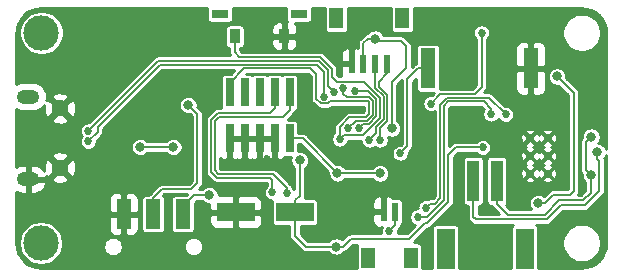
<source format=gbl>
G04 #@! TF.GenerationSoftware,KiCad,Pcbnew,(5.1.6-0-10_14)*
G04 #@! TF.CreationDate,2020-07-31T15:36:24-07:00*
G04 #@! TF.ProjectId,StringCar_M0_Express,53747269-6e67-4436-9172-5f4d305f4578,v06*
G04 #@! TF.SameCoordinates,Original*
G04 #@! TF.FileFunction,Copper,L2,Bot*
G04 #@! TF.FilePolarity,Positive*
%FSLAX46Y46*%
G04 Gerber Fmt 4.6, Leading zero omitted, Abs format (unit mm)*
G04 Created by KiCad (PCBNEW (5.1.6-0-10_14)) date 2020-07-31 15:36:24*
%MOMM*%
%LPD*%
G01*
G04 APERTURE LIST*
G04 #@! TA.AperFunction,ComponentPad*
%ADD10C,3.000000*%
G04 #@! TD*
G04 #@! TA.AperFunction,SMDPad,CuDef*
%ADD11R,3.200000X1.600000*%
G04 #@! TD*
G04 #@! TA.AperFunction,ComponentPad*
%ADD12C,1.450000*%
G04 #@! TD*
G04 #@! TA.AperFunction,ComponentPad*
%ADD13O,1.900000X1.200000*%
G04 #@! TD*
G04 #@! TA.AperFunction,SMDPad,CuDef*
%ADD14R,1.000000X3.500000*%
G04 #@! TD*
G04 #@! TA.AperFunction,SMDPad,CuDef*
%ADD15R,1.500000X3.400000*%
G04 #@! TD*
G04 #@! TA.AperFunction,SMDPad,CuDef*
%ADD16R,1.300000X3.400000*%
G04 #@! TD*
G04 #@! TA.AperFunction,SMDPad,CuDef*
%ADD17R,0.740000X2.400000*%
G04 #@! TD*
G04 #@! TA.AperFunction,SMDPad,CuDef*
%ADD18R,1.250000X2.500000*%
G04 #@! TD*
G04 #@! TA.AperFunction,SMDPad,CuDef*
%ADD19R,0.600000X1.550000*%
G04 #@! TD*
G04 #@! TA.AperFunction,SMDPad,CuDef*
%ADD20R,1.200000X1.800000*%
G04 #@! TD*
G04 #@! TA.AperFunction,SMDPad,CuDef*
%ADD21R,0.900000X1.270000*%
G04 #@! TD*
G04 #@! TA.AperFunction,SMDPad,CuDef*
%ADD22R,1.450000X0.800000*%
G04 #@! TD*
G04 #@! TA.AperFunction,ComponentPad*
%ADD23C,0.330000*%
G04 #@! TD*
G04 #@! TA.AperFunction,ViaPad*
%ADD24C,0.685800*%
G04 #@! TD*
G04 #@! TA.AperFunction,ViaPad*
%ADD25C,0.812800*%
G04 #@! TD*
G04 #@! TA.AperFunction,Conductor*
%ADD26C,0.203200*%
G04 #@! TD*
G04 #@! TA.AperFunction,Conductor*
%ADD27C,0.152400*%
G04 #@! TD*
G04 #@! TA.AperFunction,Conductor*
%ADD28C,0.254000*%
G04 #@! TD*
G04 APERTURE END LIST*
D10*
X96500000Y-114300000D03*
D11*
X113000000Y-111700000D03*
X118000000Y-111700000D03*
D12*
X98108000Y-102910000D03*
X98108000Y-107910000D03*
D13*
X95408000Y-101910000D03*
X95408000Y-108910000D03*
D14*
X135100000Y-109025000D03*
X133100000Y-109025000D03*
D15*
X137450000Y-114775000D03*
X130750000Y-114775000D03*
D16*
X137950000Y-99500000D03*
X129250000Y-99500000D03*
D17*
X112460000Y-101550000D03*
X112460000Y-105450000D03*
X113730000Y-101550000D03*
X113730000Y-105450000D03*
X115000000Y-101550000D03*
X115000000Y-105450000D03*
X116270000Y-101550000D03*
X116270000Y-105450000D03*
X117540000Y-101550000D03*
X117540000Y-105450000D03*
D10*
X96540000Y-96510000D03*
D18*
X103500000Y-111850000D03*
X106000000Y-111850000D03*
X108500000Y-111850000D03*
D19*
X122800000Y-99137500D03*
X123800000Y-99137500D03*
X124800000Y-99137500D03*
X125800000Y-99137500D03*
D20*
X121500000Y-95262500D03*
X127100000Y-95262500D03*
D21*
X112900000Y-96800000D03*
X117100000Y-96800000D03*
D22*
X118350000Y-94900000D03*
X111650000Y-94900000D03*
D23*
X137884961Y-106917179D03*
X137884961Y-105417179D03*
X139384961Y-106917179D03*
X139384961Y-105417179D03*
X137884961Y-108417179D03*
X139384961Y-108417179D03*
D19*
X126500000Y-111662500D03*
X125500000Y-111662500D03*
D20*
X127800000Y-115537500D03*
X124200000Y-115537500D03*
D24*
X99000000Y-111600000D03*
X142000000Y-100100000D03*
X137884961Y-105417179D03*
X139384961Y-105417179D03*
X137884961Y-106917179D03*
X139384961Y-106917179D03*
X137884961Y-108417179D03*
X139384961Y-108417179D03*
X122000000Y-107000000D03*
X115600000Y-107188000D03*
X123700000Y-96300000D03*
X105000000Y-96000000D03*
X134000000Y-113200000D03*
X125900000Y-107300000D03*
X134600000Y-100300000D03*
X143200000Y-111600000D03*
X109700000Y-95100000D03*
X121400000Y-109600000D03*
X128090000Y-97100000D03*
X128500000Y-103200000D03*
X133500000Y-103100000D03*
X118700000Y-100700000D03*
X134823200Y-97028000D03*
D25*
X124800000Y-97000000D03*
X125200000Y-108400000D03*
X121600000Y-108400000D03*
X140200000Y-100200000D03*
X138600000Y-110900000D03*
X126200000Y-104600000D03*
D24*
X129500000Y-102500000D03*
X133800000Y-96500000D03*
X100500000Y-105700000D03*
X120500000Y-101900000D03*
X100500000Y-104800000D03*
X121300000Y-101500000D03*
D25*
X104900000Y-106172000D03*
X107696000Y-106172000D03*
D24*
X126000000Y-113300000D03*
D25*
X143092179Y-105292179D03*
X143057821Y-108542179D03*
X143600000Y-106592179D03*
D24*
X117300000Y-110100000D03*
X116100000Y-110000000D03*
X121800000Y-105500000D03*
D25*
X118400000Y-107300000D03*
D24*
X133900000Y-106200000D03*
D25*
X121500000Y-114600000D03*
X108966000Y-102616000D03*
X110744000Y-110236000D03*
D24*
X126900000Y-106699996D03*
X125200000Y-105600000D03*
X124300000Y-105600000D03*
X123400000Y-104600000D03*
X123100000Y-101400000D03*
X122500000Y-104600000D03*
X122100000Y-101200000D03*
X129100000Y-111300000D03*
X135834961Y-103403895D03*
X128400000Y-112100000D03*
X134600000Y-103400000D03*
D26*
X118650000Y-105450000D02*
X117540000Y-105450000D01*
X121600000Y-108400000D02*
X118650000Y-105450000D01*
X121600000Y-108400000D02*
X125200000Y-108400000D01*
X141600000Y-101600000D02*
X140200000Y-100200000D01*
X141600000Y-109900000D02*
X141600000Y-101600000D01*
X141300000Y-110200000D02*
X141600000Y-109900000D01*
X139874736Y-110200000D02*
X141300000Y-110200000D01*
X138600000Y-110900000D02*
X139174736Y-110900000D01*
X139174736Y-110900000D02*
X139874736Y-110200000D01*
X125000000Y-97200000D02*
X124800000Y-97000000D01*
X127400000Y-97600000D02*
X127000000Y-97200000D01*
X127000000Y-97200000D02*
X125000000Y-97200000D01*
X127400000Y-99500000D02*
X127400000Y-97600000D01*
X126200000Y-100700000D02*
X127400000Y-99500000D01*
X126200000Y-104600000D02*
X126200000Y-100700000D01*
D27*
X133800000Y-101100000D02*
X133800000Y-96500000D01*
X133209619Y-101690381D02*
X133800000Y-101100000D01*
X129500000Y-102500000D02*
X130309619Y-101690381D01*
X130309619Y-101690381D02*
X133209619Y-101690381D01*
X101285035Y-104914965D02*
X100500000Y-105700000D01*
X101285035Y-104485035D02*
X101285035Y-104914965D01*
X106570070Y-99200000D02*
X101285035Y-104485035D01*
X119900000Y-99200000D02*
X106570070Y-99200000D01*
X120500000Y-101900000D02*
X120500000Y-99800000D01*
X120500000Y-99800000D02*
X119900000Y-99200000D01*
X100500000Y-104800000D02*
X106432390Y-98867610D01*
X106432390Y-98867610D02*
X120037681Y-98867611D01*
X121300000Y-101400000D02*
X121300000Y-101354178D01*
X120832389Y-99662319D02*
X120037681Y-98867611D01*
X120832389Y-99662319D02*
X120832390Y-99662320D01*
X120832390Y-100632390D02*
X120832390Y-100300000D01*
X120832390Y-99662320D02*
X120832390Y-100300000D01*
X120832390Y-100300000D02*
X120832390Y-100400000D01*
X120832390Y-101032390D02*
X120832390Y-100632390D01*
X121300000Y-101500000D02*
X120832390Y-101032390D01*
D26*
X104900000Y-106172000D02*
X107696000Y-106172000D01*
D27*
X126000000Y-113137500D02*
X126000000Y-113300000D01*
X126500000Y-112800000D02*
X126500000Y-111662500D01*
X126000000Y-113300000D02*
X126500000Y-112800000D01*
D26*
X142651422Y-105732936D02*
X142700000Y-105684358D01*
X142651422Y-108135780D02*
X142651422Y-105732936D01*
X143057821Y-108542179D02*
X142651422Y-108135780D01*
X143092179Y-105292179D02*
X142700000Y-105684358D01*
X142700000Y-105684358D02*
X142685780Y-105698578D01*
X143057821Y-110042179D02*
X143057821Y-108542179D01*
X142400000Y-110700000D02*
X143057821Y-110042179D01*
X140325250Y-110700000D02*
X142400000Y-110700000D01*
X139131660Y-111893590D02*
X140325250Y-110700000D01*
X135100000Y-110978200D02*
X136015390Y-111893590D01*
X136015390Y-111893590D02*
X139131660Y-111893590D01*
X135100000Y-109025000D02*
X135100000Y-110978200D01*
X143600000Y-107166915D02*
X143600000Y-106592179D01*
X143769022Y-109905728D02*
X143769022Y-107335937D01*
X133100000Y-109025000D02*
X133100000Y-112100000D01*
X133100000Y-112100000D02*
X133300000Y-112300000D01*
X133300000Y-112300000D02*
X139300000Y-112300000D01*
X139300000Y-112300000D02*
X140493590Y-111106410D01*
X143769022Y-107335937D02*
X143600000Y-107166915D01*
X140493590Y-111106410D02*
X142568340Y-111106410D01*
X142568340Y-111106410D02*
X143769022Y-109905728D01*
D27*
X117540000Y-103060000D02*
X117540000Y-101550000D01*
X117000000Y-103600000D02*
X117540000Y-103060000D01*
X111600000Y-103600000D02*
X117000000Y-103600000D01*
X111200000Y-104000000D02*
X111600000Y-103600000D01*
X111200000Y-107000000D02*
X111200000Y-106500000D01*
X111200000Y-106500000D02*
X111200000Y-104000000D01*
X111200000Y-107950000D02*
X111200000Y-106500000D01*
X111200001Y-108152001D02*
X111200000Y-107950000D01*
X111506000Y-108458000D02*
X111200001Y-108152001D01*
X116142933Y-108458000D02*
X111506000Y-108458000D01*
X117300000Y-109615067D02*
X116142933Y-108458000D01*
X117300000Y-110100000D02*
X117300000Y-109615067D01*
X116270000Y-102902400D02*
X116270000Y-101550000D01*
X111473744Y-103295190D02*
X115877210Y-103295190D01*
X116100000Y-110000000D02*
X116100000Y-108988000D01*
X116100000Y-108988000D02*
X115874810Y-108762810D01*
X115874810Y-108762810D02*
X111379743Y-108762809D01*
X115877210Y-103295190D02*
X116270000Y-102902400D01*
X111379743Y-108762809D02*
X110895191Y-108278257D01*
X110895191Y-108278257D02*
X110895191Y-103873743D01*
X110895191Y-103873743D02*
X111473744Y-103295190D01*
X112460000Y-100720000D02*
X112460000Y-101550000D01*
X119304810Y-99504810D02*
X113675190Y-99504810D01*
X113675190Y-99504810D02*
X112460000Y-100720000D01*
X119800000Y-100000000D02*
X119304810Y-99504810D01*
X121800000Y-104454178D02*
X122606697Y-103647481D01*
X121800000Y-105500000D02*
X121800000Y-104454178D01*
X122606697Y-103647481D02*
X123982203Y-103647481D01*
X123982203Y-103647481D02*
X124294940Y-103334744D01*
X124294940Y-102394940D02*
X124200000Y-102300000D01*
X124294940Y-103334744D02*
X124294940Y-102394940D01*
X120171501Y-102471501D02*
X119800000Y-102100000D01*
X120774321Y-102471501D02*
X120171501Y-102471501D01*
X120945822Y-102300000D02*
X120774321Y-102471501D01*
X124200000Y-102300000D02*
X120945822Y-102300000D01*
X119800000Y-102100000D02*
X119800000Y-100000000D01*
D26*
X118400000Y-110296800D02*
X118400000Y-107300000D01*
X118000000Y-111700000D02*
X118000000Y-110696800D01*
X118000000Y-110696800D02*
X118400000Y-110296800D01*
X118900000Y-114600000D02*
X121500000Y-114600000D01*
X118000000Y-111700000D02*
X118000000Y-113700000D01*
X118000000Y-113700000D02*
X118900000Y-114600000D01*
X131600000Y-106200000D02*
X132100000Y-106200000D01*
X130981010Y-106818990D02*
X131600000Y-106200000D01*
X132100000Y-106200000D02*
X133900000Y-106200000D01*
X130981010Y-110803641D02*
X130981010Y-106818990D01*
X121500000Y-114600000D02*
X122074736Y-114600000D01*
X122074736Y-114600000D02*
X122727035Y-113947701D01*
X122727035Y-113947701D02*
X127667380Y-113947701D01*
X127667380Y-113947701D02*
X129015081Y-112600000D01*
X129015081Y-112600000D02*
X129184651Y-112600000D01*
X129184651Y-112600000D02*
X130981010Y-110803641D01*
D27*
X109728000Y-103378000D02*
X108966000Y-102616000D01*
X109728000Y-109220000D02*
X109728000Y-103378000D01*
X109220000Y-109728000D02*
X109728000Y-109220000D01*
X106719600Y-109728000D02*
X109220000Y-109728000D01*
X106000000Y-111850000D02*
X106000000Y-110447600D01*
X106000000Y-110447600D02*
X106719600Y-109728000D01*
D26*
X110169264Y-110236000D02*
X110744000Y-110236000D01*
X109489000Y-110236000D02*
X110169264Y-110236000D01*
X108500000Y-111225000D02*
X109489000Y-110236000D01*
X108500000Y-111850000D02*
X108500000Y-111225000D01*
D27*
X128447600Y-99500000D02*
X129250000Y-99500000D01*
X127500000Y-100447600D02*
X128447600Y-99500000D01*
X127242899Y-106357097D02*
X126900000Y-106699996D01*
X127500000Y-106099996D02*
X127242899Y-106357097D01*
X127500000Y-100447600D02*
X127500000Y-106099996D01*
X122800000Y-99612500D02*
X122800000Y-99137500D01*
D26*
X123800000Y-99137500D02*
X123800000Y-97400000D01*
X124200000Y-97000000D02*
X124800000Y-97000000D01*
X123800000Y-97400000D02*
X124200000Y-97000000D01*
X123800000Y-99137500D02*
X123800000Y-98200000D01*
D27*
X113300000Y-98562801D02*
X112900000Y-98162801D01*
X121137200Y-99536064D02*
X120163938Y-98562802D01*
X121528499Y-100628499D02*
X121137200Y-100237200D01*
X123821697Y-100628499D02*
X121528499Y-100628499D01*
X125209369Y-102016171D02*
X123821697Y-100628499D01*
X121800000Y-105500000D02*
X122128499Y-105171501D01*
X121137200Y-100237200D02*
X121137200Y-99536064D01*
X112900000Y-98162801D02*
X112900000Y-96800000D01*
X125209370Y-103713512D02*
X125209369Y-102016171D01*
X123751381Y-105171501D02*
X125209370Y-103713512D01*
X120163938Y-98562802D02*
X113300000Y-98562801D01*
X122128499Y-105171501D02*
X123751381Y-105171501D01*
X125818990Y-99156490D02*
X125800000Y-99137500D01*
X125818990Y-99918990D02*
X125818990Y-99156490D01*
X125104810Y-100633170D02*
X125818990Y-99918990D01*
X125104810Y-101049480D02*
X125104810Y-100633170D01*
X125818990Y-101763660D02*
X125104810Y-101049480D01*
X125818990Y-103966024D02*
X125818990Y-101763660D01*
X125200000Y-104585014D02*
X125818990Y-103966024D01*
X125200000Y-105600000D02*
X125200000Y-104585014D01*
X125514178Y-101889914D02*
X124800000Y-101175736D01*
X124800000Y-101175736D02*
X124800000Y-99137500D01*
X125514178Y-102314178D02*
X125514178Y-101889914D01*
X125514180Y-102314180D02*
X125514178Y-102314178D01*
X125514180Y-103839768D02*
X125514180Y-102314180D01*
X124895190Y-104458758D02*
X125514180Y-103839768D01*
X124895190Y-105004810D02*
X124895190Y-104458758D01*
X124300000Y-105600000D02*
X124895190Y-105004810D01*
X123742899Y-104257101D02*
X123400000Y-104600000D01*
X124904560Y-103587256D02*
X124234715Y-104257101D01*
X124234715Y-104257101D02*
X123742899Y-104257101D01*
X124904560Y-102142428D02*
X124904560Y-103587256D01*
X124162132Y-101400000D02*
X124904560Y-102142428D01*
X123100000Y-101400000D02*
X124162132Y-101400000D01*
X124302567Y-101971501D02*
X122386568Y-101971501D01*
X124599749Y-102268683D02*
X124302567Y-101971501D01*
X122386568Y-101971501D02*
X122100000Y-101684933D01*
X124599750Y-103461000D02*
X124599749Y-102268683D01*
X122100000Y-101684933D02*
X122100000Y-101200000D01*
X123147709Y-103952291D02*
X124108459Y-103952291D01*
X124108459Y-103952291D02*
X124599750Y-103461000D01*
X122500000Y-104600000D02*
X123147709Y-103952291D01*
X129442899Y-110957101D02*
X129100000Y-111300000D01*
X135834961Y-103403895D02*
X134426257Y-101995191D01*
X134426257Y-101995191D02*
X130873743Y-101995191D01*
X130873743Y-101995191D02*
X130295190Y-102573744D01*
X130295190Y-102573744D02*
X130295190Y-110519566D01*
X129857101Y-110957101D02*
X129442899Y-110957101D01*
X130295190Y-110519566D02*
X129857378Y-110957378D01*
X129857378Y-110957378D02*
X129857101Y-110957101D01*
X129145822Y-112100000D02*
X130600000Y-110645822D01*
X128400000Y-112100000D02*
X129145822Y-112100000D01*
X130600000Y-110645822D02*
X130600000Y-102800000D01*
X130600000Y-102800000D02*
X130600000Y-102700000D01*
X130600000Y-102700000D02*
X131000000Y-102300000D01*
X131000000Y-102300000D02*
X133500000Y-102300000D01*
X133984933Y-102300000D02*
X133800000Y-102300000D01*
X134600000Y-102915067D02*
X133984933Y-102300000D01*
X134600000Y-103400000D02*
X134600000Y-102915067D01*
X133500000Y-102300000D02*
X133800000Y-102300000D01*
X133800000Y-102300000D02*
X133900000Y-102300000D01*
D28*
G36*
X144349001Y-114278911D02*
G01*
X144306807Y-114709237D01*
X144187957Y-115102889D01*
X143994911Y-115465957D01*
X143735018Y-115784617D01*
X143418183Y-116046726D01*
X143056472Y-116242303D01*
X142663658Y-116363899D01*
X142234554Y-116409000D01*
X138582843Y-116409000D01*
X138582843Y-114139360D01*
X140649000Y-114139360D01*
X140649000Y-114460640D01*
X140711678Y-114775745D01*
X140834626Y-115072568D01*
X141013119Y-115339702D01*
X141240298Y-115566881D01*
X141507432Y-115745374D01*
X141804255Y-115868322D01*
X142119360Y-115931000D01*
X142440640Y-115931000D01*
X142755745Y-115868322D01*
X143052568Y-115745374D01*
X143319702Y-115566881D01*
X143546881Y-115339702D01*
X143725374Y-115072568D01*
X143848322Y-114775745D01*
X143911000Y-114460640D01*
X143911000Y-114139360D01*
X143848322Y-113824255D01*
X143725374Y-113527432D01*
X143546881Y-113260298D01*
X143319702Y-113033119D01*
X143052568Y-112854626D01*
X142755745Y-112731678D01*
X142440640Y-112669000D01*
X142119360Y-112669000D01*
X141804255Y-112731678D01*
X141507432Y-112854626D01*
X141240298Y-113033119D01*
X141013119Y-113260298D01*
X140834626Y-113527432D01*
X140711678Y-113824255D01*
X140649000Y-114139360D01*
X138582843Y-114139360D01*
X138582843Y-113075000D01*
X138575487Y-113000311D01*
X138553701Y-112928492D01*
X138518322Y-112862304D01*
X138470711Y-112804289D01*
X138444282Y-112782600D01*
X139276295Y-112782600D01*
X139300000Y-112784935D01*
X139323705Y-112782600D01*
X139323707Y-112782600D01*
X139394606Y-112775617D01*
X139485577Y-112748022D01*
X139569415Y-112703209D01*
X139642901Y-112642901D01*
X139658017Y-112624482D01*
X140693489Y-111589010D01*
X142544635Y-111589010D01*
X142568340Y-111591345D01*
X142592045Y-111589010D01*
X142592047Y-111589010D01*
X142662946Y-111582027D01*
X142753917Y-111554432D01*
X142837755Y-111509619D01*
X142911241Y-111449311D01*
X142926357Y-111430892D01*
X144093510Y-110263740D01*
X144111923Y-110248629D01*
X144172231Y-110175143D01*
X144217044Y-110091305D01*
X144236034Y-110028702D01*
X144244639Y-110000335D01*
X144253957Y-109905728D01*
X144251622Y-109882021D01*
X144251622Y-107359641D01*
X144253957Y-107335936D01*
X144249429Y-107289964D01*
X144244639Y-107241331D01*
X144217044Y-107150360D01*
X144195561Y-107110170D01*
X144211614Y-107094117D01*
X144297785Y-106965153D01*
X144349001Y-106841508D01*
X144349001Y-114278911D01*
G37*
X144349001Y-114278911D02*
X144306807Y-114709237D01*
X144187957Y-115102889D01*
X143994911Y-115465957D01*
X143735018Y-115784617D01*
X143418183Y-116046726D01*
X143056472Y-116242303D01*
X142663658Y-116363899D01*
X142234554Y-116409000D01*
X138582843Y-116409000D01*
X138582843Y-114139360D01*
X140649000Y-114139360D01*
X140649000Y-114460640D01*
X140711678Y-114775745D01*
X140834626Y-115072568D01*
X141013119Y-115339702D01*
X141240298Y-115566881D01*
X141507432Y-115745374D01*
X141804255Y-115868322D01*
X142119360Y-115931000D01*
X142440640Y-115931000D01*
X142755745Y-115868322D01*
X143052568Y-115745374D01*
X143319702Y-115566881D01*
X143546881Y-115339702D01*
X143725374Y-115072568D01*
X143848322Y-114775745D01*
X143911000Y-114460640D01*
X143911000Y-114139360D01*
X143848322Y-113824255D01*
X143725374Y-113527432D01*
X143546881Y-113260298D01*
X143319702Y-113033119D01*
X143052568Y-112854626D01*
X142755745Y-112731678D01*
X142440640Y-112669000D01*
X142119360Y-112669000D01*
X141804255Y-112731678D01*
X141507432Y-112854626D01*
X141240298Y-113033119D01*
X141013119Y-113260298D01*
X140834626Y-113527432D01*
X140711678Y-113824255D01*
X140649000Y-114139360D01*
X138582843Y-114139360D01*
X138582843Y-113075000D01*
X138575487Y-113000311D01*
X138553701Y-112928492D01*
X138518322Y-112862304D01*
X138470711Y-112804289D01*
X138444282Y-112782600D01*
X139276295Y-112782600D01*
X139300000Y-112784935D01*
X139323705Y-112782600D01*
X139323707Y-112782600D01*
X139394606Y-112775617D01*
X139485577Y-112748022D01*
X139569415Y-112703209D01*
X139642901Y-112642901D01*
X139658017Y-112624482D01*
X140693489Y-111589010D01*
X142544635Y-111589010D01*
X142568340Y-111591345D01*
X142592045Y-111589010D01*
X142592047Y-111589010D01*
X142662946Y-111582027D01*
X142753917Y-111554432D01*
X142837755Y-111509619D01*
X142911241Y-111449311D01*
X142926357Y-111430892D01*
X144093510Y-110263740D01*
X144111923Y-110248629D01*
X144172231Y-110175143D01*
X144217044Y-110091305D01*
X144236034Y-110028702D01*
X144244639Y-110000335D01*
X144253957Y-109905728D01*
X144251622Y-109882021D01*
X144251622Y-107359641D01*
X144253957Y-107335936D01*
X144249429Y-107289964D01*
X144244639Y-107241331D01*
X144217044Y-107150360D01*
X144195561Y-107110170D01*
X144211614Y-107094117D01*
X144297785Y-106965153D01*
X144349001Y-106841508D01*
X144349001Y-114278911D01*
G36*
X110549513Y-94425311D02*
G01*
X110542157Y-94500000D01*
X110542157Y-95300000D01*
X110549513Y-95374689D01*
X110571299Y-95446508D01*
X110606678Y-95512696D01*
X110654289Y-95570711D01*
X110712304Y-95618322D01*
X110778492Y-95653701D01*
X110850311Y-95675487D01*
X110925000Y-95682843D01*
X112375000Y-95682843D01*
X112449689Y-95675487D01*
X112521508Y-95653701D01*
X112587696Y-95618322D01*
X112645711Y-95570711D01*
X112693322Y-95512696D01*
X112728701Y-95446508D01*
X112750487Y-95374689D01*
X112757843Y-95300000D01*
X112757843Y-94500000D01*
X112750487Y-94425311D01*
X112746146Y-94411000D01*
X117253854Y-94411000D01*
X117249513Y-94425311D01*
X117242157Y-94500000D01*
X117242157Y-95300000D01*
X117249513Y-95374689D01*
X117271299Y-95446508D01*
X117306678Y-95512696D01*
X117350120Y-95565630D01*
X117227000Y-95688750D01*
X117227000Y-96673000D01*
X118026250Y-96673000D01*
X118185000Y-96514250D01*
X118188072Y-96165000D01*
X118175812Y-96040518D01*
X118139502Y-95920820D01*
X118080537Y-95810506D01*
X118001185Y-95713815D01*
X117963445Y-95682843D01*
X119075000Y-95682843D01*
X119149689Y-95675487D01*
X119221508Y-95653701D01*
X119287696Y-95618322D01*
X119345711Y-95570711D01*
X119393322Y-95512696D01*
X119428701Y-95446508D01*
X119450487Y-95374689D01*
X119457843Y-95300000D01*
X119457843Y-94500000D01*
X119450487Y-94425311D01*
X119446146Y-94411000D01*
X120517157Y-94411000D01*
X120517157Y-96162500D01*
X120524513Y-96237189D01*
X120546299Y-96309008D01*
X120581678Y-96375196D01*
X120629289Y-96433211D01*
X120687304Y-96480822D01*
X120753492Y-96516201D01*
X120825311Y-96537987D01*
X120900000Y-96545343D01*
X122100000Y-96545343D01*
X122174689Y-96537987D01*
X122246508Y-96516201D01*
X122312696Y-96480822D01*
X122370711Y-96433211D01*
X122418322Y-96375196D01*
X122453701Y-96309008D01*
X122475487Y-96237189D01*
X122482843Y-96162500D01*
X122482843Y-94411000D01*
X126117157Y-94411000D01*
X126117157Y-96162500D01*
X126124513Y-96237189D01*
X126146299Y-96309008D01*
X126181678Y-96375196D01*
X126229289Y-96433211D01*
X126287304Y-96480822D01*
X126353492Y-96516201D01*
X126425311Y-96537987D01*
X126500000Y-96545343D01*
X127700000Y-96545343D01*
X127774689Y-96537987D01*
X127846508Y-96516201D01*
X127912696Y-96480822D01*
X127970711Y-96433211D01*
X128018322Y-96375196D01*
X128053701Y-96309008D01*
X128075487Y-96237189D01*
X128082843Y-96162500D01*
X128082843Y-94411000D01*
X142218921Y-94411000D01*
X142649238Y-94453193D01*
X143042893Y-94572044D01*
X143405957Y-94765089D01*
X143724615Y-95024979D01*
X143986728Y-95341820D01*
X144182303Y-95703528D01*
X144303899Y-96096343D01*
X144349000Y-96525446D01*
X144349001Y-106342850D01*
X144297785Y-106219205D01*
X144211614Y-106090241D01*
X144101938Y-105980565D01*
X143972974Y-105894394D01*
X143829676Y-105835038D01*
X143690546Y-105807364D01*
X143703793Y-105794117D01*
X143789964Y-105665153D01*
X143849320Y-105521855D01*
X143879579Y-105369731D01*
X143879579Y-105214627D01*
X143849320Y-105062503D01*
X143789964Y-104919205D01*
X143703793Y-104790241D01*
X143594117Y-104680565D01*
X143465153Y-104594394D01*
X143321855Y-104535038D01*
X143169731Y-104504779D01*
X143014627Y-104504779D01*
X142862503Y-104535038D01*
X142719205Y-104594394D01*
X142590241Y-104680565D01*
X142480565Y-104790241D01*
X142394394Y-104919205D01*
X142335038Y-105062503D01*
X142304779Y-105214627D01*
X142304779Y-105369731D01*
X142308776Y-105389826D01*
X142308522Y-105390035D01*
X142293411Y-105408448D01*
X142293409Y-105408450D01*
X142248214Y-105463521D01*
X142203400Y-105547360D01*
X142175806Y-105638330D01*
X142166487Y-105732936D01*
X142168823Y-105756651D01*
X142168822Y-108112075D01*
X142166487Y-108135780D01*
X142168822Y-108159485D01*
X142168822Y-108159486D01*
X142175805Y-108230385D01*
X142203400Y-108321356D01*
X142248213Y-108405195D01*
X142275604Y-108438571D01*
X142270421Y-108464627D01*
X142270421Y-108619731D01*
X142300680Y-108771855D01*
X142360036Y-108915153D01*
X142446207Y-109044117D01*
X142555883Y-109153793D01*
X142575222Y-109166715D01*
X142575221Y-109842280D01*
X142200101Y-110217400D01*
X141963829Y-110217400D01*
X142003209Y-110169415D01*
X142048022Y-110085577D01*
X142075617Y-109994606D01*
X142082600Y-109923707D01*
X142082600Y-109923706D01*
X142084935Y-109900001D01*
X142082600Y-109876296D01*
X142082600Y-101623707D01*
X142084935Y-101600000D01*
X142075617Y-101505393D01*
X142048022Y-101414423D01*
X142031212Y-101382974D01*
X142003209Y-101330585D01*
X141942901Y-101257099D01*
X141924488Y-101241988D01*
X140982863Y-100300363D01*
X140987400Y-100277552D01*
X140987400Y-100122448D01*
X140957141Y-99970324D01*
X140897785Y-99827026D01*
X140811614Y-99698062D01*
X140701938Y-99588386D01*
X140572974Y-99502215D01*
X140429676Y-99442859D01*
X140277552Y-99412600D01*
X140122448Y-99412600D01*
X139970324Y-99442859D01*
X139827026Y-99502215D01*
X139698062Y-99588386D01*
X139588386Y-99698062D01*
X139502215Y-99827026D01*
X139442859Y-99970324D01*
X139412600Y-100122448D01*
X139412600Y-100277552D01*
X139442859Y-100429676D01*
X139502215Y-100572974D01*
X139588386Y-100701938D01*
X139698062Y-100811614D01*
X139827026Y-100897785D01*
X139970324Y-100957141D01*
X140122448Y-100987400D01*
X140277552Y-100987400D01*
X140300363Y-100982863D01*
X141117401Y-101799901D01*
X141117400Y-109700101D01*
X141100101Y-109717400D01*
X139898432Y-109717400D01*
X139874735Y-109715066D01*
X139851038Y-109717400D01*
X139851029Y-109717400D01*
X139780130Y-109724383D01*
X139689159Y-109751978D01*
X139605321Y-109796791D01*
X139531835Y-109857099D01*
X139516719Y-109875518D01*
X139102895Y-110289343D01*
X139101938Y-110288386D01*
X138972974Y-110202215D01*
X138829676Y-110142859D01*
X138677552Y-110112600D01*
X138522448Y-110112600D01*
X138370324Y-110142859D01*
X138227026Y-110202215D01*
X138098062Y-110288386D01*
X137988386Y-110398062D01*
X137902215Y-110527026D01*
X137842859Y-110670324D01*
X137812600Y-110822448D01*
X137812600Y-110977552D01*
X137842859Y-111129676D01*
X137902215Y-111272974D01*
X137988386Y-111401938D01*
X137997438Y-111410990D01*
X136215290Y-111410990D01*
X135859341Y-111055042D01*
X135870711Y-111045711D01*
X135918322Y-110987696D01*
X135953701Y-110921508D01*
X135975487Y-110849689D01*
X135982843Y-110775000D01*
X135982843Y-109089133D01*
X137443728Y-109089133D01*
X137583299Y-109162302D01*
X137734461Y-109206836D01*
X137891407Y-109221024D01*
X138048105Y-109204321D01*
X138198535Y-109157368D01*
X138326194Y-109089133D01*
X138943728Y-109089133D01*
X139083299Y-109162302D01*
X139234461Y-109206836D01*
X139391407Y-109221024D01*
X139548105Y-109204321D01*
X139698535Y-109157368D01*
X139826194Y-109089133D01*
X139813468Y-108899427D01*
X139384961Y-108470919D01*
X138956454Y-108899427D01*
X138943728Y-109089133D01*
X138326194Y-109089133D01*
X138313468Y-108899427D01*
X137884961Y-108470919D01*
X137456454Y-108899427D01*
X137443728Y-109089133D01*
X135982843Y-109089133D01*
X135982843Y-108423625D01*
X137081116Y-108423625D01*
X137097819Y-108580323D01*
X137144772Y-108730753D01*
X137213007Y-108858412D01*
X137402713Y-108845686D01*
X137831221Y-108417179D01*
X137938701Y-108417179D01*
X138367209Y-108845686D01*
X138556915Y-108858412D01*
X138630084Y-108718841D01*
X138635411Y-108700761D01*
X138644772Y-108730753D01*
X138713007Y-108858412D01*
X138902713Y-108845686D01*
X139331221Y-108417179D01*
X139438701Y-108417179D01*
X139867209Y-108845686D01*
X140056915Y-108858412D01*
X140130084Y-108718841D01*
X140174618Y-108567679D01*
X140188806Y-108410733D01*
X140172103Y-108254035D01*
X140125150Y-108103605D01*
X140056915Y-107975946D01*
X139867209Y-107988672D01*
X139438701Y-108417179D01*
X139331221Y-108417179D01*
X138902713Y-107988672D01*
X138713007Y-107975946D01*
X138639838Y-108115517D01*
X138634511Y-108133597D01*
X138625150Y-108103605D01*
X138556915Y-107975946D01*
X138367209Y-107988672D01*
X137938701Y-108417179D01*
X137831221Y-108417179D01*
X137402713Y-107988672D01*
X137213007Y-107975946D01*
X137139838Y-108115517D01*
X137095304Y-108266679D01*
X137081116Y-108423625D01*
X135982843Y-108423625D01*
X135982843Y-107589133D01*
X137443728Y-107589133D01*
X137583299Y-107662302D01*
X137601379Y-107667629D01*
X137571387Y-107676990D01*
X137443728Y-107745225D01*
X137456454Y-107934931D01*
X137884961Y-108363439D01*
X138313468Y-107934931D01*
X138326194Y-107745225D01*
X138186623Y-107672056D01*
X138168543Y-107666729D01*
X138198535Y-107657368D01*
X138326194Y-107589133D01*
X138943728Y-107589133D01*
X139083299Y-107662302D01*
X139101379Y-107667629D01*
X139071387Y-107676990D01*
X138943728Y-107745225D01*
X138956454Y-107934931D01*
X139384961Y-108363439D01*
X139813468Y-107934931D01*
X139826194Y-107745225D01*
X139686623Y-107672056D01*
X139668543Y-107666729D01*
X139698535Y-107657368D01*
X139826194Y-107589133D01*
X139813468Y-107399427D01*
X139384961Y-106970919D01*
X138956454Y-107399427D01*
X138943728Y-107589133D01*
X138326194Y-107589133D01*
X138313468Y-107399427D01*
X137884961Y-106970919D01*
X137456454Y-107399427D01*
X137443728Y-107589133D01*
X135982843Y-107589133D01*
X135982843Y-107275000D01*
X135975487Y-107200311D01*
X135953701Y-107128492D01*
X135918322Y-107062304D01*
X135870711Y-107004289D01*
X135812696Y-106956678D01*
X135750860Y-106923625D01*
X137081116Y-106923625D01*
X137097819Y-107080323D01*
X137144772Y-107230753D01*
X137213007Y-107358412D01*
X137402713Y-107345686D01*
X137831221Y-106917179D01*
X137938701Y-106917179D01*
X138367209Y-107345686D01*
X138556915Y-107358412D01*
X138630084Y-107218841D01*
X138635411Y-107200761D01*
X138644772Y-107230753D01*
X138713007Y-107358412D01*
X138902713Y-107345686D01*
X139331221Y-106917179D01*
X139438701Y-106917179D01*
X139867209Y-107345686D01*
X140056915Y-107358412D01*
X140130084Y-107218841D01*
X140174618Y-107067679D01*
X140188806Y-106910733D01*
X140172103Y-106754035D01*
X140125150Y-106603605D01*
X140056915Y-106475946D01*
X139867209Y-106488672D01*
X139438701Y-106917179D01*
X139331221Y-106917179D01*
X138902713Y-106488672D01*
X138713007Y-106475946D01*
X138639838Y-106615517D01*
X138634511Y-106633597D01*
X138625150Y-106603605D01*
X138556915Y-106475946D01*
X138367209Y-106488672D01*
X137938701Y-106917179D01*
X137831221Y-106917179D01*
X137402713Y-106488672D01*
X137213007Y-106475946D01*
X137139838Y-106615517D01*
X137095304Y-106766679D01*
X137081116Y-106923625D01*
X135750860Y-106923625D01*
X135746508Y-106921299D01*
X135674689Y-106899513D01*
X135600000Y-106892157D01*
X134600000Y-106892157D01*
X134525311Y-106899513D01*
X134453492Y-106921299D01*
X134387304Y-106956678D01*
X134329289Y-107004289D01*
X134281678Y-107062304D01*
X134246299Y-107128492D01*
X134224513Y-107200311D01*
X134217157Y-107275000D01*
X134217157Y-110775000D01*
X134224513Y-110849689D01*
X134246299Y-110921508D01*
X134281678Y-110987696D01*
X134329289Y-111045711D01*
X134387304Y-111093322D01*
X134453492Y-111128701D01*
X134525311Y-111150487D01*
X134600000Y-111157843D01*
X134650178Y-111157843D01*
X134651978Y-111163776D01*
X134696792Y-111247615D01*
X134730408Y-111288576D01*
X134757100Y-111321101D01*
X134775513Y-111336212D01*
X135256700Y-111817400D01*
X133582600Y-111817400D01*
X133582600Y-111157843D01*
X133600000Y-111157843D01*
X133674689Y-111150487D01*
X133746508Y-111128701D01*
X133812696Y-111093322D01*
X133870711Y-111045711D01*
X133918322Y-110987696D01*
X133953701Y-110921508D01*
X133975487Y-110849689D01*
X133982843Y-110775000D01*
X133982843Y-107275000D01*
X133975487Y-107200311D01*
X133953701Y-107128492D01*
X133918322Y-107062304D01*
X133870711Y-107004289D01*
X133812696Y-106956678D01*
X133746508Y-106921299D01*
X133674689Y-106899513D01*
X133600000Y-106892157D01*
X132600000Y-106892157D01*
X132525311Y-106899513D01*
X132453492Y-106921299D01*
X132387304Y-106956678D01*
X132329289Y-107004289D01*
X132281678Y-107062304D01*
X132246299Y-107128492D01*
X132224513Y-107200311D01*
X132217157Y-107275000D01*
X132217157Y-110775000D01*
X132224513Y-110849689D01*
X132246299Y-110921508D01*
X132281678Y-110987696D01*
X132329289Y-111045711D01*
X132387304Y-111093322D01*
X132453492Y-111128701D01*
X132525311Y-111150487D01*
X132600000Y-111157843D01*
X132617401Y-111157843D01*
X132617401Y-112076285D01*
X132615065Y-112100000D01*
X132624384Y-112194606D01*
X132651978Y-112285576D01*
X132696792Y-112369415D01*
X132733730Y-112414424D01*
X132757100Y-112442901D01*
X132775513Y-112458012D01*
X132941983Y-112624482D01*
X132957099Y-112642901D01*
X133030585Y-112703209D01*
X133095131Y-112737710D01*
X133114423Y-112748022D01*
X133205393Y-112775617D01*
X133300000Y-112784935D01*
X133323707Y-112782600D01*
X136455718Y-112782600D01*
X136429289Y-112804289D01*
X136381678Y-112862304D01*
X136346299Y-112928492D01*
X136324513Y-113000311D01*
X136317157Y-113075000D01*
X136317157Y-116409000D01*
X131882843Y-116409000D01*
X131882843Y-113075000D01*
X131875487Y-113000311D01*
X131853701Y-112928492D01*
X131818322Y-112862304D01*
X131770711Y-112804289D01*
X131712696Y-112756678D01*
X131646508Y-112721299D01*
X131574689Y-112699513D01*
X131500000Y-112692157D01*
X130000000Y-112692157D01*
X129925311Y-112699513D01*
X129853492Y-112721299D01*
X129787304Y-112756678D01*
X129729289Y-112804289D01*
X129681678Y-112862304D01*
X129646299Y-112928492D01*
X129624513Y-113000311D01*
X129617157Y-113075000D01*
X129617157Y-116409000D01*
X128782843Y-116409000D01*
X128782843Y-114637500D01*
X128775487Y-114562811D01*
X128753701Y-114490992D01*
X128718322Y-114424804D01*
X128670711Y-114366789D01*
X128612696Y-114319178D01*
X128546508Y-114283799D01*
X128474689Y-114262013D01*
X128400000Y-114254657D01*
X128042923Y-114254657D01*
X129215704Y-113081876D01*
X129279257Y-113075617D01*
X129370228Y-113048022D01*
X129454066Y-113003209D01*
X129527552Y-112942901D01*
X129542668Y-112924482D01*
X131305492Y-111161658D01*
X131323911Y-111146542D01*
X131384219Y-111073056D01*
X131429032Y-110989218D01*
X131456627Y-110898247D01*
X131463610Y-110827348D01*
X131463610Y-110827347D01*
X131465945Y-110803642D01*
X131463610Y-110779937D01*
X131463610Y-107018889D01*
X131799900Y-106682600D01*
X133358850Y-106682600D01*
X133438540Y-106762290D01*
X133557105Y-106841512D01*
X133688846Y-106896081D01*
X133828702Y-106923900D01*
X133971298Y-106923900D01*
X134111154Y-106896081D01*
X134242895Y-106841512D01*
X134361460Y-106762290D01*
X134462290Y-106661460D01*
X134541512Y-106542895D01*
X134596081Y-106411154D01*
X134623900Y-106271298D01*
X134623900Y-106128702D01*
X134616030Y-106089133D01*
X137443728Y-106089133D01*
X137583299Y-106162302D01*
X137601379Y-106167629D01*
X137571387Y-106176990D01*
X137443728Y-106245225D01*
X137456454Y-106434931D01*
X137884961Y-106863439D01*
X138313468Y-106434931D01*
X138326194Y-106245225D01*
X138186623Y-106172056D01*
X138168543Y-106166729D01*
X138198535Y-106157368D01*
X138326194Y-106089133D01*
X138943728Y-106089133D01*
X139083299Y-106162302D01*
X139101379Y-106167629D01*
X139071387Y-106176990D01*
X138943728Y-106245225D01*
X138956454Y-106434931D01*
X139384961Y-106863439D01*
X139813468Y-106434931D01*
X139826194Y-106245225D01*
X139686623Y-106172056D01*
X139668543Y-106166729D01*
X139698535Y-106157368D01*
X139826194Y-106089133D01*
X139813468Y-105899427D01*
X139384961Y-105470919D01*
X138956454Y-105899427D01*
X138943728Y-106089133D01*
X138326194Y-106089133D01*
X138313468Y-105899427D01*
X137884961Y-105470919D01*
X137456454Y-105899427D01*
X137443728Y-106089133D01*
X134616030Y-106089133D01*
X134596081Y-105988846D01*
X134541512Y-105857105D01*
X134462290Y-105738540D01*
X134361460Y-105637710D01*
X134242895Y-105558488D01*
X134111154Y-105503919D01*
X133971298Y-105476100D01*
X133828702Y-105476100D01*
X133688846Y-105503919D01*
X133557105Y-105558488D01*
X133438540Y-105637710D01*
X133358850Y-105717400D01*
X131623704Y-105717400D01*
X131599999Y-105715065D01*
X131576294Y-105717400D01*
X131576293Y-105717400D01*
X131505394Y-105724383D01*
X131414423Y-105751978D01*
X131330585Y-105796791D01*
X131330583Y-105796792D01*
X131330584Y-105796792D01*
X131283981Y-105835038D01*
X131257099Y-105857099D01*
X131241987Y-105875513D01*
X131057200Y-106060300D01*
X131057200Y-105423625D01*
X137081116Y-105423625D01*
X137097819Y-105580323D01*
X137144772Y-105730753D01*
X137213007Y-105858412D01*
X137402713Y-105845686D01*
X137831221Y-105417179D01*
X137938701Y-105417179D01*
X138367209Y-105845686D01*
X138556915Y-105858412D01*
X138630084Y-105718841D01*
X138635411Y-105700761D01*
X138644772Y-105730753D01*
X138713007Y-105858412D01*
X138902713Y-105845686D01*
X139331221Y-105417179D01*
X139438701Y-105417179D01*
X139867209Y-105845686D01*
X140056915Y-105858412D01*
X140130084Y-105718841D01*
X140174618Y-105567679D01*
X140188806Y-105410733D01*
X140172103Y-105254035D01*
X140125150Y-105103605D01*
X140056915Y-104975946D01*
X139867209Y-104988672D01*
X139438701Y-105417179D01*
X139331221Y-105417179D01*
X138902713Y-104988672D01*
X138713007Y-104975946D01*
X138639838Y-105115517D01*
X138634511Y-105133597D01*
X138625150Y-105103605D01*
X138556915Y-104975946D01*
X138367209Y-104988672D01*
X137938701Y-105417179D01*
X137831221Y-105417179D01*
X137402713Y-104988672D01*
X137213007Y-104975946D01*
X137139838Y-105115517D01*
X137095304Y-105266679D01*
X137081116Y-105423625D01*
X131057200Y-105423625D01*
X131057200Y-104745225D01*
X137443728Y-104745225D01*
X137456454Y-104934931D01*
X137884961Y-105363439D01*
X138313468Y-104934931D01*
X138326194Y-104745225D01*
X138943728Y-104745225D01*
X138956454Y-104934931D01*
X139384961Y-105363439D01*
X139813468Y-104934931D01*
X139826194Y-104745225D01*
X139686623Y-104672056D01*
X139535461Y-104627522D01*
X139378515Y-104613334D01*
X139221817Y-104630037D01*
X139071387Y-104676990D01*
X138943728Y-104745225D01*
X138326194Y-104745225D01*
X138186623Y-104672056D01*
X138035461Y-104627522D01*
X137878515Y-104613334D01*
X137721817Y-104630037D01*
X137571387Y-104676990D01*
X137443728Y-104745225D01*
X131057200Y-104745225D01*
X131057200Y-102889377D01*
X131189378Y-102757200D01*
X133795556Y-102757200D01*
X134013351Y-102974996D01*
X133958488Y-103057105D01*
X133903919Y-103188846D01*
X133876100Y-103328702D01*
X133876100Y-103471298D01*
X133903919Y-103611154D01*
X133958488Y-103742895D01*
X134037710Y-103861460D01*
X134138540Y-103962290D01*
X134257105Y-104041512D01*
X134388846Y-104096081D01*
X134528702Y-104123900D01*
X134671298Y-104123900D01*
X134811154Y-104096081D01*
X134942895Y-104041512D01*
X135061460Y-103962290D01*
X135162290Y-103861460D01*
X135216179Y-103780808D01*
X135272671Y-103865355D01*
X135373501Y-103966185D01*
X135492066Y-104045407D01*
X135623807Y-104099976D01*
X135763663Y-104127795D01*
X135906259Y-104127795D01*
X136046115Y-104099976D01*
X136177856Y-104045407D01*
X136296421Y-103966185D01*
X136397251Y-103865355D01*
X136476473Y-103746790D01*
X136531042Y-103615049D01*
X136558861Y-103475193D01*
X136558861Y-103332597D01*
X136531042Y-103192741D01*
X136476473Y-103061000D01*
X136397251Y-102942435D01*
X136296421Y-102841605D01*
X136177856Y-102762383D01*
X136046115Y-102707814D01*
X135906259Y-102679995D01*
X135763663Y-102679995D01*
X135758638Y-102680994D01*
X134765431Y-101687788D01*
X134751110Y-101670338D01*
X134681493Y-101613204D01*
X134602066Y-101570750D01*
X134515884Y-101544606D01*
X134448717Y-101537991D01*
X134448707Y-101537991D01*
X134426257Y-101535780D01*
X134403807Y-101537991D01*
X134008587Y-101537991D01*
X134107409Y-101439169D01*
X134124853Y-101424853D01*
X134181987Y-101355236D01*
X134224441Y-101275809D01*
X134247438Y-101200000D01*
X136661928Y-101200000D01*
X136674188Y-101324482D01*
X136710498Y-101444180D01*
X136769463Y-101554494D01*
X136848815Y-101651185D01*
X136945506Y-101730537D01*
X137055820Y-101789502D01*
X137175518Y-101825812D01*
X137300000Y-101838072D01*
X137664250Y-101835000D01*
X137823000Y-101676250D01*
X137823000Y-99627000D01*
X138077000Y-99627000D01*
X138077000Y-101676250D01*
X138235750Y-101835000D01*
X138600000Y-101838072D01*
X138724482Y-101825812D01*
X138844180Y-101789502D01*
X138954494Y-101730537D01*
X139051185Y-101651185D01*
X139130537Y-101554494D01*
X139189502Y-101444180D01*
X139225812Y-101324482D01*
X139238072Y-101200000D01*
X139235000Y-99785750D01*
X139076250Y-99627000D01*
X138077000Y-99627000D01*
X137823000Y-99627000D01*
X136823750Y-99627000D01*
X136665000Y-99785750D01*
X136661928Y-101200000D01*
X134247438Y-101200000D01*
X134250585Y-101189627D01*
X134257200Y-101122460D01*
X134257200Y-101122450D01*
X134259411Y-101100000D01*
X134257200Y-101077550D01*
X134257200Y-97800000D01*
X136661928Y-97800000D01*
X136665000Y-99214250D01*
X136823750Y-99373000D01*
X137823000Y-99373000D01*
X137823000Y-97323750D01*
X138077000Y-97323750D01*
X138077000Y-99373000D01*
X139076250Y-99373000D01*
X139235000Y-99214250D01*
X139238072Y-97800000D01*
X139225812Y-97675518D01*
X139189502Y-97555820D01*
X139130537Y-97445506D01*
X139051185Y-97348815D01*
X138954494Y-97269463D01*
X138844180Y-97210498D01*
X138724482Y-97174188D01*
X138600000Y-97161928D01*
X138235750Y-97165000D01*
X138077000Y-97323750D01*
X137823000Y-97323750D01*
X137664250Y-97165000D01*
X137300000Y-97161928D01*
X137175518Y-97174188D01*
X137055820Y-97210498D01*
X136945506Y-97269463D01*
X136848815Y-97348815D01*
X136769463Y-97445506D01*
X136710498Y-97555820D01*
X136674188Y-97675518D01*
X136661928Y-97800000D01*
X134257200Y-97800000D01*
X134257200Y-97065136D01*
X134261460Y-97062290D01*
X134362290Y-96961460D01*
X134441512Y-96842895D01*
X134496081Y-96711154D01*
X134523900Y-96571298D01*
X134523900Y-96428702D01*
X134506129Y-96339360D01*
X140649000Y-96339360D01*
X140649000Y-96660640D01*
X140711678Y-96975745D01*
X140834626Y-97272568D01*
X141013119Y-97539702D01*
X141240298Y-97766881D01*
X141507432Y-97945374D01*
X141804255Y-98068322D01*
X142119360Y-98131000D01*
X142440640Y-98131000D01*
X142755745Y-98068322D01*
X143052568Y-97945374D01*
X143319702Y-97766881D01*
X143546881Y-97539702D01*
X143725374Y-97272568D01*
X143848322Y-96975745D01*
X143911000Y-96660640D01*
X143911000Y-96339360D01*
X143848322Y-96024255D01*
X143725374Y-95727432D01*
X143546881Y-95460298D01*
X143319702Y-95233119D01*
X143052568Y-95054626D01*
X142755745Y-94931678D01*
X142440640Y-94869000D01*
X142119360Y-94869000D01*
X141804255Y-94931678D01*
X141507432Y-95054626D01*
X141240298Y-95233119D01*
X141013119Y-95460298D01*
X140834626Y-95727432D01*
X140711678Y-96024255D01*
X140649000Y-96339360D01*
X134506129Y-96339360D01*
X134496081Y-96288846D01*
X134441512Y-96157105D01*
X134362290Y-96038540D01*
X134261460Y-95937710D01*
X134142895Y-95858488D01*
X134011154Y-95803919D01*
X133871298Y-95776100D01*
X133728702Y-95776100D01*
X133588846Y-95803919D01*
X133457105Y-95858488D01*
X133338540Y-95937710D01*
X133237710Y-96038540D01*
X133158488Y-96157105D01*
X133103919Y-96288846D01*
X133076100Y-96428702D01*
X133076100Y-96571298D01*
X133103919Y-96711154D01*
X133158488Y-96842895D01*
X133237710Y-96961460D01*
X133338540Y-97062290D01*
X133342801Y-97065137D01*
X133342800Y-100910622D01*
X133020242Y-101233181D01*
X130332068Y-101233181D01*
X130309618Y-101230970D01*
X130287168Y-101233181D01*
X130287159Y-101233181D01*
X130279501Y-101233935D01*
X130282843Y-101200000D01*
X130282843Y-97800000D01*
X130275487Y-97725311D01*
X130253701Y-97653492D01*
X130218322Y-97587304D01*
X130170711Y-97529289D01*
X130112696Y-97481678D01*
X130046508Y-97446299D01*
X129974689Y-97424513D01*
X129900000Y-97417157D01*
X128600000Y-97417157D01*
X128525311Y-97424513D01*
X128453492Y-97446299D01*
X128387304Y-97481678D01*
X128329289Y-97529289D01*
X128281678Y-97587304D01*
X128246299Y-97653492D01*
X128224513Y-97725311D01*
X128217157Y-97800000D01*
X128217157Y-99104761D01*
X128192364Y-99118013D01*
X128140192Y-99160829D01*
X128140186Y-99160835D01*
X128122747Y-99175147D01*
X128108435Y-99192586D01*
X127882600Y-99418422D01*
X127882600Y-97623696D01*
X127884934Y-97599999D01*
X127882600Y-97576302D01*
X127882600Y-97576293D01*
X127875617Y-97505394D01*
X127848022Y-97414423D01*
X127803209Y-97330585D01*
X127742901Y-97257099D01*
X127724482Y-97241983D01*
X127358017Y-96875518D01*
X127342901Y-96857099D01*
X127269415Y-96796791D01*
X127185577Y-96751978D01*
X127094606Y-96724383D01*
X127023707Y-96717400D01*
X127023705Y-96717400D01*
X127000000Y-96715065D01*
X126976295Y-96717400D01*
X125535219Y-96717400D01*
X125497785Y-96627026D01*
X125411614Y-96498062D01*
X125301938Y-96388386D01*
X125172974Y-96302215D01*
X125029676Y-96242859D01*
X124877552Y-96212600D01*
X124722448Y-96212600D01*
X124570324Y-96242859D01*
X124427026Y-96302215D01*
X124298062Y-96388386D01*
X124188386Y-96498062D01*
X124175406Y-96517487D01*
X124105394Y-96524383D01*
X124014423Y-96551978D01*
X123930585Y-96596791D01*
X123857099Y-96657099D01*
X123841983Y-96675518D01*
X123475513Y-97041988D01*
X123457100Y-97057099D01*
X123441989Y-97075512D01*
X123441987Y-97075514D01*
X123396792Y-97130585D01*
X123351978Y-97214424D01*
X123324384Y-97305394D01*
X123315065Y-97400000D01*
X123317401Y-97423715D01*
X123317401Y-97764875D01*
X123224482Y-97736688D01*
X123100000Y-97724428D01*
X123085750Y-97727500D01*
X122927000Y-97886250D01*
X122927000Y-99010500D01*
X122947000Y-99010500D01*
X122947000Y-99264500D01*
X122927000Y-99264500D01*
X122927000Y-99284500D01*
X122673000Y-99284500D01*
X122673000Y-99264500D01*
X122023750Y-99264500D01*
X121865000Y-99423250D01*
X121861928Y-99912500D01*
X121874188Y-100036982D01*
X121910498Y-100156680D01*
X121918312Y-100171299D01*
X121717877Y-100171299D01*
X121594400Y-100047823D01*
X121594400Y-99558513D01*
X121596611Y-99536063D01*
X121594400Y-99513613D01*
X121594400Y-99513604D01*
X121587785Y-99446437D01*
X121561641Y-99360255D01*
X121536548Y-99313309D01*
X121519187Y-99280827D01*
X121476370Y-99228656D01*
X121462053Y-99211211D01*
X121444608Y-99196894D01*
X120610214Y-98362500D01*
X121861928Y-98362500D01*
X121865000Y-98851750D01*
X122023750Y-99010500D01*
X122673000Y-99010500D01*
X122673000Y-97886250D01*
X122514250Y-97727500D01*
X122500000Y-97724428D01*
X122375518Y-97736688D01*
X122255820Y-97772998D01*
X122145506Y-97831963D01*
X122048815Y-97911315D01*
X121969463Y-98008006D01*
X121910498Y-98118320D01*
X121874188Y-98238018D01*
X121861928Y-98362500D01*
X120610214Y-98362500D01*
X120503106Y-98255393D01*
X120488791Y-98237950D01*
X120462036Y-98215992D01*
X120419173Y-98180815D01*
X120339747Y-98138362D01*
X120339740Y-98138360D01*
X120253565Y-98112218D01*
X120186398Y-98105603D01*
X120163938Y-98103391D01*
X120141478Y-98105603D01*
X113489378Y-98105601D01*
X113357200Y-97973424D01*
X113357200Y-97817134D01*
X113424689Y-97810487D01*
X113496508Y-97788701D01*
X113562696Y-97753322D01*
X113620711Y-97705711D01*
X113668322Y-97647696D01*
X113703701Y-97581508D01*
X113725487Y-97509689D01*
X113732843Y-97435000D01*
X116011928Y-97435000D01*
X116024188Y-97559482D01*
X116060498Y-97679180D01*
X116119463Y-97789494D01*
X116198815Y-97886185D01*
X116295506Y-97965537D01*
X116405820Y-98024502D01*
X116525518Y-98060812D01*
X116650000Y-98073072D01*
X116814250Y-98070000D01*
X116973000Y-97911250D01*
X116973000Y-96927000D01*
X117227000Y-96927000D01*
X117227000Y-97911250D01*
X117385750Y-98070000D01*
X117550000Y-98073072D01*
X117674482Y-98060812D01*
X117794180Y-98024502D01*
X117904494Y-97965537D01*
X118001185Y-97886185D01*
X118080537Y-97789494D01*
X118139502Y-97679180D01*
X118175812Y-97559482D01*
X118188072Y-97435000D01*
X118185000Y-97085750D01*
X118026250Y-96927000D01*
X117227000Y-96927000D01*
X116973000Y-96927000D01*
X116173750Y-96927000D01*
X116015000Y-97085750D01*
X116011928Y-97435000D01*
X113732843Y-97435000D01*
X113732843Y-96165000D01*
X116011928Y-96165000D01*
X116015000Y-96514250D01*
X116173750Y-96673000D01*
X116973000Y-96673000D01*
X116973000Y-95688750D01*
X116814250Y-95530000D01*
X116650000Y-95526928D01*
X116525518Y-95539188D01*
X116405820Y-95575498D01*
X116295506Y-95634463D01*
X116198815Y-95713815D01*
X116119463Y-95810506D01*
X116060498Y-95920820D01*
X116024188Y-96040518D01*
X116011928Y-96165000D01*
X113732843Y-96165000D01*
X113725487Y-96090311D01*
X113703701Y-96018492D01*
X113668322Y-95952304D01*
X113620711Y-95894289D01*
X113562696Y-95846678D01*
X113496508Y-95811299D01*
X113424689Y-95789513D01*
X113350000Y-95782157D01*
X112450000Y-95782157D01*
X112375311Y-95789513D01*
X112303492Y-95811299D01*
X112237304Y-95846678D01*
X112179289Y-95894289D01*
X112131678Y-95952304D01*
X112096299Y-96018492D01*
X112074513Y-96090311D01*
X112067157Y-96165000D01*
X112067157Y-97435000D01*
X112074513Y-97509689D01*
X112096299Y-97581508D01*
X112131678Y-97647696D01*
X112179289Y-97705711D01*
X112237304Y-97753322D01*
X112303492Y-97788701D01*
X112375311Y-97810487D01*
X112442800Y-97817134D01*
X112442800Y-98140351D01*
X112440589Y-98162801D01*
X112442800Y-98185251D01*
X112442800Y-98185260D01*
X112449415Y-98252427D01*
X112475559Y-98338609D01*
X112513937Y-98410411D01*
X106454839Y-98410410D01*
X106432389Y-98408199D01*
X106409939Y-98410410D01*
X106409931Y-98410410D01*
X106342764Y-98417025D01*
X106256582Y-98443169D01*
X106256580Y-98443170D01*
X106177153Y-98485623D01*
X106124982Y-98528440D01*
X106124977Y-98528445D01*
X106107538Y-98542757D01*
X106093226Y-98560196D01*
X100576323Y-104077100D01*
X100571298Y-104076100D01*
X100428702Y-104076100D01*
X100288846Y-104103919D01*
X100157105Y-104158488D01*
X100038540Y-104237710D01*
X99937710Y-104338540D01*
X99858488Y-104457105D01*
X99803919Y-104588846D01*
X99776100Y-104728702D01*
X99776100Y-104871298D01*
X99803919Y-105011154D01*
X99858488Y-105142895D01*
X99930053Y-105250000D01*
X99858488Y-105357105D01*
X99803919Y-105488846D01*
X99776100Y-105628702D01*
X99776100Y-105771298D01*
X99803919Y-105911154D01*
X99858488Y-106042895D01*
X99937710Y-106161460D01*
X100038540Y-106262290D01*
X100157105Y-106341512D01*
X100288846Y-106396081D01*
X100428702Y-106423900D01*
X100571298Y-106423900D01*
X100711154Y-106396081D01*
X100842895Y-106341512D01*
X100961460Y-106262290D01*
X101062290Y-106161460D01*
X101107065Y-106094448D01*
X104112600Y-106094448D01*
X104112600Y-106249552D01*
X104142859Y-106401676D01*
X104202215Y-106544974D01*
X104288386Y-106673938D01*
X104398062Y-106783614D01*
X104527026Y-106869785D01*
X104670324Y-106929141D01*
X104822448Y-106959400D01*
X104977552Y-106959400D01*
X105129676Y-106929141D01*
X105272974Y-106869785D01*
X105401938Y-106783614D01*
X105511614Y-106673938D01*
X105524535Y-106654600D01*
X107071465Y-106654600D01*
X107084386Y-106673938D01*
X107194062Y-106783614D01*
X107323026Y-106869785D01*
X107466324Y-106929141D01*
X107618448Y-106959400D01*
X107773552Y-106959400D01*
X107925676Y-106929141D01*
X108068974Y-106869785D01*
X108197938Y-106783614D01*
X108307614Y-106673938D01*
X108393785Y-106544974D01*
X108453141Y-106401676D01*
X108483400Y-106249552D01*
X108483400Y-106094448D01*
X108453141Y-105942324D01*
X108393785Y-105799026D01*
X108307614Y-105670062D01*
X108197938Y-105560386D01*
X108068974Y-105474215D01*
X107925676Y-105414859D01*
X107773552Y-105384600D01*
X107618448Y-105384600D01*
X107466324Y-105414859D01*
X107323026Y-105474215D01*
X107194062Y-105560386D01*
X107084386Y-105670062D01*
X107071465Y-105689400D01*
X105524535Y-105689400D01*
X105511614Y-105670062D01*
X105401938Y-105560386D01*
X105272974Y-105474215D01*
X105129676Y-105414859D01*
X104977552Y-105384600D01*
X104822448Y-105384600D01*
X104670324Y-105414859D01*
X104527026Y-105474215D01*
X104398062Y-105560386D01*
X104288386Y-105670062D01*
X104202215Y-105799026D01*
X104142859Y-105942324D01*
X104112600Y-106094448D01*
X101107065Y-106094448D01*
X101141512Y-106042895D01*
X101196081Y-105911154D01*
X101223900Y-105771298D01*
X101223900Y-105628702D01*
X101222900Y-105623677D01*
X101592443Y-105254135D01*
X101609888Y-105239818D01*
X101667022Y-105170201D01*
X101709476Y-105090774D01*
X101735620Y-105004592D01*
X101742235Y-104937425D01*
X101742235Y-104937416D01*
X101744446Y-104914966D01*
X101742235Y-104892516D01*
X101742235Y-104674412D01*
X106759448Y-99657200D01*
X112876222Y-99657200D01*
X112566266Y-99967157D01*
X112090000Y-99967157D01*
X112015311Y-99974513D01*
X111943492Y-99996299D01*
X111877304Y-100031678D01*
X111819289Y-100079289D01*
X111771678Y-100137304D01*
X111736299Y-100203492D01*
X111714513Y-100275311D01*
X111707157Y-100350000D01*
X111707157Y-102750000D01*
X111714513Y-102824689D01*
X111718548Y-102837990D01*
X111496193Y-102837990D01*
X111473743Y-102835779D01*
X111451293Y-102837990D01*
X111451284Y-102837990D01*
X111384117Y-102844605D01*
X111297935Y-102870749D01*
X111262618Y-102889626D01*
X111218507Y-102913203D01*
X111166688Y-102955731D01*
X111148891Y-102970337D01*
X111134574Y-102987782D01*
X110587783Y-103534574D01*
X110570339Y-103548890D01*
X110556022Y-103566335D01*
X110556021Y-103566336D01*
X110513204Y-103618508D01*
X110488911Y-103663959D01*
X110470751Y-103697934D01*
X110454232Y-103752390D01*
X110444607Y-103784117D01*
X110435780Y-103873743D01*
X110437992Y-103896203D01*
X110437991Y-108255807D01*
X110435780Y-108278257D01*
X110437991Y-108300707D01*
X110437991Y-108300716D01*
X110444606Y-108367883D01*
X110470750Y-108454065D01*
X110513204Y-108533492D01*
X110570338Y-108603110D01*
X110587788Y-108617431D01*
X111040578Y-109070222D01*
X111054890Y-109087661D01*
X111072329Y-109101973D01*
X111072335Y-109101979D01*
X111124507Y-109144796D01*
X111203933Y-109187249D01*
X111290116Y-109213393D01*
X111379742Y-109222220D01*
X111402202Y-109220008D01*
X115642801Y-109220010D01*
X115642801Y-109434863D01*
X115638540Y-109437710D01*
X115537710Y-109538540D01*
X115458488Y-109657105D01*
X115403919Y-109788846D01*
X115376100Y-109928702D01*
X115376100Y-110071298D01*
X115403919Y-110211154D01*
X115458488Y-110342895D01*
X115537710Y-110461460D01*
X115638540Y-110562290D01*
X115757105Y-110641512D01*
X115888846Y-110696081D01*
X116028702Y-110723900D01*
X116062117Y-110723900D01*
X116046299Y-110753492D01*
X116024513Y-110825311D01*
X116017157Y-110900000D01*
X116017157Y-112500000D01*
X116024513Y-112574689D01*
X116046299Y-112646508D01*
X116081678Y-112712696D01*
X116129289Y-112770711D01*
X116187304Y-112818322D01*
X116253492Y-112853701D01*
X116325311Y-112875487D01*
X116400000Y-112882843D01*
X117517401Y-112882843D01*
X117517401Y-113676285D01*
X117515065Y-113700000D01*
X117524384Y-113794606D01*
X117551978Y-113885576D01*
X117596792Y-113969415D01*
X117617983Y-113995236D01*
X117657100Y-114042901D01*
X117675513Y-114058012D01*
X118541983Y-114924482D01*
X118557099Y-114942901D01*
X118630585Y-115003209D01*
X118714423Y-115048022D01*
X118805394Y-115075617D01*
X118876293Y-115082600D01*
X118876294Y-115082600D01*
X118899999Y-115084935D01*
X118923704Y-115082600D01*
X120875465Y-115082600D01*
X120888386Y-115101938D01*
X120998062Y-115211614D01*
X121127026Y-115297785D01*
X121270324Y-115357141D01*
X121422448Y-115387400D01*
X121577552Y-115387400D01*
X121729676Y-115357141D01*
X121872974Y-115297785D01*
X122001938Y-115211614D01*
X122111614Y-115101938D01*
X122126373Y-115079849D01*
X122169342Y-115075617D01*
X122260313Y-115048022D01*
X122344151Y-115003209D01*
X122417637Y-114942901D01*
X122432753Y-114924482D01*
X122926935Y-114430301D01*
X123278740Y-114430301D01*
X123246299Y-114490992D01*
X123224513Y-114562811D01*
X123217157Y-114637500D01*
X123217157Y-116409000D01*
X96541079Y-116409000D01*
X96110763Y-116366807D01*
X95717111Y-116247957D01*
X95354043Y-116054911D01*
X95035383Y-115795018D01*
X94773274Y-115478183D01*
X94577697Y-115116472D01*
X94456101Y-114723658D01*
X94411000Y-114294554D01*
X94411000Y-114114738D01*
X94619000Y-114114738D01*
X94619000Y-114485262D01*
X94691286Y-114848667D01*
X94833080Y-115190987D01*
X95038932Y-115499067D01*
X95300933Y-115761068D01*
X95609013Y-115966920D01*
X95951333Y-116108714D01*
X96314738Y-116181000D01*
X96685262Y-116181000D01*
X97048667Y-116108714D01*
X97390987Y-115966920D01*
X97699067Y-115761068D01*
X97961068Y-115499067D01*
X98166920Y-115190987D01*
X98308714Y-114848667D01*
X98374457Y-114518154D01*
X101769000Y-114518154D01*
X101769000Y-114681846D01*
X101800935Y-114842394D01*
X101863577Y-114993626D01*
X101954520Y-115129732D01*
X102070268Y-115245480D01*
X102206374Y-115336423D01*
X102357606Y-115399065D01*
X102518154Y-115431000D01*
X102681846Y-115431000D01*
X102842394Y-115399065D01*
X102993626Y-115336423D01*
X103129732Y-115245480D01*
X103245480Y-115129732D01*
X103336423Y-114993626D01*
X103399065Y-114842394D01*
X103431000Y-114681846D01*
X103431000Y-114518154D01*
X108569000Y-114518154D01*
X108569000Y-114681846D01*
X108600935Y-114842394D01*
X108663577Y-114993626D01*
X108754520Y-115129732D01*
X108870268Y-115245480D01*
X109006374Y-115336423D01*
X109157606Y-115399065D01*
X109318154Y-115431000D01*
X109481846Y-115431000D01*
X109642394Y-115399065D01*
X109793626Y-115336423D01*
X109929732Y-115245480D01*
X110045480Y-115129732D01*
X110136423Y-114993626D01*
X110199065Y-114842394D01*
X110231000Y-114681846D01*
X110231000Y-114518154D01*
X110199065Y-114357606D01*
X110136423Y-114206374D01*
X110045480Y-114070268D01*
X109929732Y-113954520D01*
X109793626Y-113863577D01*
X109642394Y-113800935D01*
X109481846Y-113769000D01*
X109318154Y-113769000D01*
X109157606Y-113800935D01*
X109006374Y-113863577D01*
X108870268Y-113954520D01*
X108754520Y-114070268D01*
X108663577Y-114206374D01*
X108600935Y-114357606D01*
X108569000Y-114518154D01*
X103431000Y-114518154D01*
X103399065Y-114357606D01*
X103336423Y-114206374D01*
X103245480Y-114070268D01*
X103129732Y-113954520D01*
X102993626Y-113863577D01*
X102842394Y-113800935D01*
X102681846Y-113769000D01*
X102518154Y-113769000D01*
X102357606Y-113800935D01*
X102206374Y-113863577D01*
X102070268Y-113954520D01*
X101954520Y-114070268D01*
X101863577Y-114206374D01*
X101800935Y-114357606D01*
X101769000Y-114518154D01*
X98374457Y-114518154D01*
X98381000Y-114485262D01*
X98381000Y-114114738D01*
X98308714Y-113751333D01*
X98166920Y-113409013D01*
X97961068Y-113100933D01*
X97960135Y-113100000D01*
X102236928Y-113100000D01*
X102249188Y-113224482D01*
X102285498Y-113344180D01*
X102344463Y-113454494D01*
X102423815Y-113551185D01*
X102520506Y-113630537D01*
X102630820Y-113689502D01*
X102750518Y-113725812D01*
X102875000Y-113738072D01*
X103214250Y-113735000D01*
X103373000Y-113576250D01*
X103373000Y-111977000D01*
X103627000Y-111977000D01*
X103627000Y-113576250D01*
X103785750Y-113735000D01*
X104125000Y-113738072D01*
X104249482Y-113725812D01*
X104369180Y-113689502D01*
X104479494Y-113630537D01*
X104576185Y-113551185D01*
X104655537Y-113454494D01*
X104714502Y-113344180D01*
X104750812Y-113224482D01*
X104763072Y-113100000D01*
X104760000Y-112135750D01*
X104601250Y-111977000D01*
X103627000Y-111977000D01*
X103373000Y-111977000D01*
X102398750Y-111977000D01*
X102240000Y-112135750D01*
X102236928Y-113100000D01*
X97960135Y-113100000D01*
X97699067Y-112838932D01*
X97390987Y-112633080D01*
X97048667Y-112491286D01*
X96685262Y-112419000D01*
X96314738Y-112419000D01*
X95951333Y-112491286D01*
X95609013Y-112633080D01*
X95300933Y-112838932D01*
X95038932Y-113100933D01*
X94833080Y-113409013D01*
X94691286Y-113751333D01*
X94619000Y-114114738D01*
X94411000Y-114114738D01*
X94411000Y-110600000D01*
X102236928Y-110600000D01*
X102240000Y-111564250D01*
X102398750Y-111723000D01*
X103373000Y-111723000D01*
X103373000Y-110123750D01*
X103627000Y-110123750D01*
X103627000Y-111723000D01*
X104601250Y-111723000D01*
X104760000Y-111564250D01*
X104763072Y-110600000D01*
X104992157Y-110600000D01*
X104992157Y-113100000D01*
X104999513Y-113174689D01*
X105021299Y-113246508D01*
X105056678Y-113312696D01*
X105104289Y-113370711D01*
X105162304Y-113418322D01*
X105228492Y-113453701D01*
X105300311Y-113475487D01*
X105375000Y-113482843D01*
X106625000Y-113482843D01*
X106699689Y-113475487D01*
X106771508Y-113453701D01*
X106837696Y-113418322D01*
X106895711Y-113370711D01*
X106943322Y-113312696D01*
X106978701Y-113246508D01*
X107000487Y-113174689D01*
X107007843Y-113100000D01*
X107007843Y-110600000D01*
X107000487Y-110525311D01*
X106978701Y-110453492D01*
X106943322Y-110387304D01*
X106895711Y-110329289D01*
X106837696Y-110281678D01*
X106821276Y-110272901D01*
X106908978Y-110185200D01*
X108857301Y-110185200D01*
X108825344Y-110217157D01*
X107875000Y-110217157D01*
X107800311Y-110224513D01*
X107728492Y-110246299D01*
X107662304Y-110281678D01*
X107604289Y-110329289D01*
X107556678Y-110387304D01*
X107521299Y-110453492D01*
X107499513Y-110525311D01*
X107492157Y-110600000D01*
X107492157Y-113100000D01*
X107499513Y-113174689D01*
X107521299Y-113246508D01*
X107556678Y-113312696D01*
X107604289Y-113370711D01*
X107662304Y-113418322D01*
X107728492Y-113453701D01*
X107800311Y-113475487D01*
X107875000Y-113482843D01*
X109125000Y-113482843D01*
X109199689Y-113475487D01*
X109271508Y-113453701D01*
X109337696Y-113418322D01*
X109395711Y-113370711D01*
X109443322Y-113312696D01*
X109478701Y-113246508D01*
X109500487Y-113174689D01*
X109507843Y-113100000D01*
X109507843Y-112500000D01*
X110761928Y-112500000D01*
X110774188Y-112624482D01*
X110810498Y-112744180D01*
X110869463Y-112854494D01*
X110948815Y-112951185D01*
X111045506Y-113030537D01*
X111155820Y-113089502D01*
X111275518Y-113125812D01*
X111400000Y-113138072D01*
X112714250Y-113135000D01*
X112873000Y-112976250D01*
X112873000Y-111827000D01*
X113127000Y-111827000D01*
X113127000Y-112976250D01*
X113285750Y-113135000D01*
X114600000Y-113138072D01*
X114724482Y-113125812D01*
X114844180Y-113089502D01*
X114954494Y-113030537D01*
X115051185Y-112951185D01*
X115130537Y-112854494D01*
X115189502Y-112744180D01*
X115225812Y-112624482D01*
X115238072Y-112500000D01*
X115235000Y-111985750D01*
X115076250Y-111827000D01*
X113127000Y-111827000D01*
X112873000Y-111827000D01*
X110923750Y-111827000D01*
X110765000Y-111985750D01*
X110761928Y-112500000D01*
X109507843Y-112500000D01*
X109507843Y-110899656D01*
X109688899Y-110718600D01*
X110119465Y-110718600D01*
X110132386Y-110737938D01*
X110242062Y-110847614D01*
X110371026Y-110933785D01*
X110514324Y-110993141D01*
X110666448Y-111023400D01*
X110762665Y-111023400D01*
X110765000Y-111414250D01*
X110923750Y-111573000D01*
X112873000Y-111573000D01*
X112873000Y-110423750D01*
X113127000Y-110423750D01*
X113127000Y-111573000D01*
X115076250Y-111573000D01*
X115235000Y-111414250D01*
X115238072Y-110900000D01*
X115225812Y-110775518D01*
X115189502Y-110655820D01*
X115130537Y-110545506D01*
X115051185Y-110448815D01*
X114954494Y-110369463D01*
X114844180Y-110310498D01*
X114724482Y-110274188D01*
X114600000Y-110261928D01*
X113285750Y-110265000D01*
X113127000Y-110423750D01*
X112873000Y-110423750D01*
X112714250Y-110265000D01*
X111531400Y-110262235D01*
X111531400Y-110158448D01*
X111501141Y-110006324D01*
X111441785Y-109863026D01*
X111355614Y-109734062D01*
X111245938Y-109624386D01*
X111116974Y-109538215D01*
X110973676Y-109478859D01*
X110821552Y-109448600D01*
X110666448Y-109448600D01*
X110514324Y-109478859D01*
X110371026Y-109538215D01*
X110242062Y-109624386D01*
X110132386Y-109734062D01*
X110119465Y-109753400D01*
X109841178Y-109753400D01*
X110035409Y-109559169D01*
X110052853Y-109544853D01*
X110068785Y-109525440D01*
X110109987Y-109475237D01*
X110134106Y-109430111D01*
X110152441Y-109395809D01*
X110178585Y-109309627D01*
X110185200Y-109242460D01*
X110185200Y-109242451D01*
X110187411Y-109220001D01*
X110185200Y-109197551D01*
X110185200Y-103400450D01*
X110187411Y-103378000D01*
X110185200Y-103355550D01*
X110185200Y-103355540D01*
X110178585Y-103288373D01*
X110152441Y-103202191D01*
X110152441Y-103202190D01*
X110109987Y-103122764D01*
X110067171Y-103070592D01*
X110067165Y-103070586D01*
X110052853Y-103053147D01*
X110035413Y-103038835D01*
X109742903Y-102746325D01*
X109753400Y-102693552D01*
X109753400Y-102538448D01*
X109723141Y-102386324D01*
X109663785Y-102243026D01*
X109577614Y-102114062D01*
X109467938Y-102004386D01*
X109338974Y-101918215D01*
X109195676Y-101858859D01*
X109043552Y-101828600D01*
X108888448Y-101828600D01*
X108736324Y-101858859D01*
X108593026Y-101918215D01*
X108464062Y-102004386D01*
X108354386Y-102114062D01*
X108268215Y-102243026D01*
X108208859Y-102386324D01*
X108178600Y-102538448D01*
X108178600Y-102693552D01*
X108208859Y-102845676D01*
X108268215Y-102988974D01*
X108354386Y-103117938D01*
X108464062Y-103227614D01*
X108593026Y-103313785D01*
X108736324Y-103373141D01*
X108888448Y-103403400D01*
X109043552Y-103403400D01*
X109096325Y-103392903D01*
X109270801Y-103567380D01*
X109270800Y-109030622D01*
X109030623Y-109270800D01*
X106742049Y-109270800D01*
X106719599Y-109268589D01*
X106697149Y-109270800D01*
X106697140Y-109270800D01*
X106629973Y-109277415D01*
X106543791Y-109303559D01*
X106464364Y-109346013D01*
X106394747Y-109403147D01*
X106380430Y-109420592D01*
X105692592Y-110108431D01*
X105675148Y-110122747D01*
X105660831Y-110140192D01*
X105660830Y-110140193D01*
X105618013Y-110192365D01*
X105604762Y-110217157D01*
X105375000Y-110217157D01*
X105300311Y-110224513D01*
X105228492Y-110246299D01*
X105162304Y-110281678D01*
X105104289Y-110329289D01*
X105056678Y-110387304D01*
X105021299Y-110453492D01*
X104999513Y-110525311D01*
X104992157Y-110600000D01*
X104763072Y-110600000D01*
X104750812Y-110475518D01*
X104714502Y-110355820D01*
X104655537Y-110245506D01*
X104576185Y-110148815D01*
X104479494Y-110069463D01*
X104369180Y-110010498D01*
X104249482Y-109974188D01*
X104125000Y-109961928D01*
X103785750Y-109965000D01*
X103627000Y-110123750D01*
X103373000Y-110123750D01*
X103214250Y-109965000D01*
X102875000Y-109961928D01*
X102750518Y-109974188D01*
X102630820Y-110010498D01*
X102520506Y-110069463D01*
X102423815Y-110148815D01*
X102344463Y-110245506D01*
X102285498Y-110355820D01*
X102249188Y-110475518D01*
X102236928Y-110600000D01*
X94411000Y-110600000D01*
X94411000Y-109963912D01*
X94468054Y-110002390D01*
X94692504Y-110096493D01*
X94931000Y-110145000D01*
X95281000Y-110145000D01*
X95281000Y-109037000D01*
X95535000Y-109037000D01*
X95535000Y-110145000D01*
X95885000Y-110145000D01*
X96123496Y-110096493D01*
X96347946Y-110002390D01*
X96549725Y-109866307D01*
X96721078Y-109693474D01*
X96855421Y-109490533D01*
X96947591Y-109265282D01*
X96951462Y-109227609D01*
X96826731Y-109037000D01*
X95535000Y-109037000D01*
X95281000Y-109037000D01*
X95261000Y-109037000D01*
X95261000Y-108849133D01*
X97348472Y-108849133D01*
X97410965Y-109085450D01*
X97653678Y-109198850D01*
X97913849Y-109262719D01*
X98181482Y-109274604D01*
X98446291Y-109234048D01*
X98698100Y-109142609D01*
X98805035Y-109085450D01*
X98867528Y-108849133D01*
X98108000Y-108089605D01*
X97348472Y-108849133D01*
X95261000Y-108849133D01*
X95261000Y-108783000D01*
X95281000Y-108783000D01*
X95281000Y-107675000D01*
X95535000Y-107675000D01*
X95535000Y-108783000D01*
X96826731Y-108783000D01*
X96940503Y-108609138D01*
X97168867Y-108669528D01*
X97928395Y-107910000D01*
X98287605Y-107910000D01*
X99047133Y-108669528D01*
X99283450Y-108607035D01*
X99396850Y-108364322D01*
X99460719Y-108104151D01*
X99472604Y-107836518D01*
X99432048Y-107571709D01*
X99340609Y-107319900D01*
X99283450Y-107212965D01*
X99047133Y-107150472D01*
X98287605Y-107910000D01*
X97928395Y-107910000D01*
X97168867Y-107150472D01*
X96932550Y-107212965D01*
X96819150Y-107455678D01*
X96755281Y-107715849D01*
X96743396Y-107983482D01*
X96778615Y-108213442D01*
X96721078Y-108126526D01*
X96549725Y-107953693D01*
X96347946Y-107817610D01*
X96123496Y-107723507D01*
X95885000Y-107675000D01*
X95535000Y-107675000D01*
X95281000Y-107675000D01*
X94931000Y-107675000D01*
X94692504Y-107723507D01*
X94468054Y-107817610D01*
X94411000Y-107856088D01*
X94411000Y-106970867D01*
X97348472Y-106970867D01*
X98108000Y-107730395D01*
X98867528Y-106970867D01*
X98805035Y-106734550D01*
X98562322Y-106621150D01*
X98302151Y-106557281D01*
X98034518Y-106545396D01*
X97769709Y-106585952D01*
X97517900Y-106677391D01*
X97410965Y-106734550D01*
X97348472Y-106970867D01*
X94411000Y-106970867D01*
X94411000Y-103849133D01*
X97348472Y-103849133D01*
X97410965Y-104085450D01*
X97653678Y-104198850D01*
X97913849Y-104262719D01*
X98181482Y-104274604D01*
X98446291Y-104234048D01*
X98698100Y-104142609D01*
X98805035Y-104085450D01*
X98867528Y-103849133D01*
X98108000Y-103089605D01*
X97348472Y-103849133D01*
X94411000Y-103849133D01*
X94411000Y-102964522D01*
X94583099Y-103056511D01*
X94815898Y-103127130D01*
X94997335Y-103145000D01*
X95818665Y-103145000D01*
X96000102Y-103127130D01*
X96232901Y-103056511D01*
X96447449Y-102941833D01*
X96635502Y-102787502D01*
X96781305Y-102609841D01*
X96755281Y-102715849D01*
X96743396Y-102983482D01*
X96783952Y-103248291D01*
X96875391Y-103500100D01*
X96932550Y-103607035D01*
X97168867Y-103669528D01*
X97928395Y-102910000D01*
X98287605Y-102910000D01*
X99047133Y-103669528D01*
X99283450Y-103607035D01*
X99396850Y-103364322D01*
X99460719Y-103104151D01*
X99472604Y-102836518D01*
X99432048Y-102571709D01*
X99340609Y-102319900D01*
X99283450Y-102212965D01*
X99047133Y-102150472D01*
X98287605Y-102910000D01*
X97928395Y-102910000D01*
X97168867Y-102150472D01*
X96958771Y-102206031D01*
X96975130Y-102152102D01*
X96992980Y-101970867D01*
X97348472Y-101970867D01*
X98108000Y-102730395D01*
X98867528Y-101970867D01*
X98805035Y-101734550D01*
X98562322Y-101621150D01*
X98302151Y-101557281D01*
X98034518Y-101545396D01*
X97769709Y-101585952D01*
X97517900Y-101677391D01*
X97410965Y-101734550D01*
X97348472Y-101970867D01*
X96992980Y-101970867D01*
X96998975Y-101910000D01*
X96975130Y-101667898D01*
X96904511Y-101435099D01*
X96789833Y-101220551D01*
X96635502Y-101032498D01*
X96447449Y-100878167D01*
X96232901Y-100763489D01*
X96000102Y-100692870D01*
X95818665Y-100675000D01*
X94997335Y-100675000D01*
X94815898Y-100692870D01*
X94583099Y-100763489D01*
X94411000Y-100855478D01*
X94411000Y-96541079D01*
X94432212Y-96324738D01*
X94659000Y-96324738D01*
X94659000Y-96695262D01*
X94731286Y-97058667D01*
X94873080Y-97400987D01*
X95078932Y-97709067D01*
X95340933Y-97971068D01*
X95649013Y-98176920D01*
X95991333Y-98318714D01*
X96354738Y-98391000D01*
X96725262Y-98391000D01*
X97088667Y-98318714D01*
X97430987Y-98176920D01*
X97739067Y-97971068D01*
X98001068Y-97709067D01*
X98206920Y-97400987D01*
X98348714Y-97058667D01*
X98421000Y-96695262D01*
X98421000Y-96324738D01*
X98348714Y-95961333D01*
X98206920Y-95619013D01*
X98001068Y-95310933D01*
X97739067Y-95048932D01*
X97430987Y-94843080D01*
X97088667Y-94701286D01*
X96725262Y-94629000D01*
X96354738Y-94629000D01*
X95991333Y-94701286D01*
X95649013Y-94843080D01*
X95340933Y-95048932D01*
X95078932Y-95310933D01*
X94873080Y-95619013D01*
X94731286Y-95961333D01*
X94659000Y-96324738D01*
X94432212Y-96324738D01*
X94453193Y-96110762D01*
X94572044Y-95717107D01*
X94765089Y-95354043D01*
X95024979Y-95035385D01*
X95341820Y-94773272D01*
X95703528Y-94577697D01*
X96096343Y-94456101D01*
X96525446Y-94411000D01*
X110553854Y-94411000D01*
X110549513Y-94425311D01*
G37*
X110549513Y-94425311D02*
X110542157Y-94500000D01*
X110542157Y-95300000D01*
X110549513Y-95374689D01*
X110571299Y-95446508D01*
X110606678Y-95512696D01*
X110654289Y-95570711D01*
X110712304Y-95618322D01*
X110778492Y-95653701D01*
X110850311Y-95675487D01*
X110925000Y-95682843D01*
X112375000Y-95682843D01*
X112449689Y-95675487D01*
X112521508Y-95653701D01*
X112587696Y-95618322D01*
X112645711Y-95570711D01*
X112693322Y-95512696D01*
X112728701Y-95446508D01*
X112750487Y-95374689D01*
X112757843Y-95300000D01*
X112757843Y-94500000D01*
X112750487Y-94425311D01*
X112746146Y-94411000D01*
X117253854Y-94411000D01*
X117249513Y-94425311D01*
X117242157Y-94500000D01*
X117242157Y-95300000D01*
X117249513Y-95374689D01*
X117271299Y-95446508D01*
X117306678Y-95512696D01*
X117350120Y-95565630D01*
X117227000Y-95688750D01*
X117227000Y-96673000D01*
X118026250Y-96673000D01*
X118185000Y-96514250D01*
X118188072Y-96165000D01*
X118175812Y-96040518D01*
X118139502Y-95920820D01*
X118080537Y-95810506D01*
X118001185Y-95713815D01*
X117963445Y-95682843D01*
X119075000Y-95682843D01*
X119149689Y-95675487D01*
X119221508Y-95653701D01*
X119287696Y-95618322D01*
X119345711Y-95570711D01*
X119393322Y-95512696D01*
X119428701Y-95446508D01*
X119450487Y-95374689D01*
X119457843Y-95300000D01*
X119457843Y-94500000D01*
X119450487Y-94425311D01*
X119446146Y-94411000D01*
X120517157Y-94411000D01*
X120517157Y-96162500D01*
X120524513Y-96237189D01*
X120546299Y-96309008D01*
X120581678Y-96375196D01*
X120629289Y-96433211D01*
X120687304Y-96480822D01*
X120753492Y-96516201D01*
X120825311Y-96537987D01*
X120900000Y-96545343D01*
X122100000Y-96545343D01*
X122174689Y-96537987D01*
X122246508Y-96516201D01*
X122312696Y-96480822D01*
X122370711Y-96433211D01*
X122418322Y-96375196D01*
X122453701Y-96309008D01*
X122475487Y-96237189D01*
X122482843Y-96162500D01*
X122482843Y-94411000D01*
X126117157Y-94411000D01*
X126117157Y-96162500D01*
X126124513Y-96237189D01*
X126146299Y-96309008D01*
X126181678Y-96375196D01*
X126229289Y-96433211D01*
X126287304Y-96480822D01*
X126353492Y-96516201D01*
X126425311Y-96537987D01*
X126500000Y-96545343D01*
X127700000Y-96545343D01*
X127774689Y-96537987D01*
X127846508Y-96516201D01*
X127912696Y-96480822D01*
X127970711Y-96433211D01*
X128018322Y-96375196D01*
X128053701Y-96309008D01*
X128075487Y-96237189D01*
X128082843Y-96162500D01*
X128082843Y-94411000D01*
X142218921Y-94411000D01*
X142649238Y-94453193D01*
X143042893Y-94572044D01*
X143405957Y-94765089D01*
X143724615Y-95024979D01*
X143986728Y-95341820D01*
X144182303Y-95703528D01*
X144303899Y-96096343D01*
X144349000Y-96525446D01*
X144349001Y-106342850D01*
X144297785Y-106219205D01*
X144211614Y-106090241D01*
X144101938Y-105980565D01*
X143972974Y-105894394D01*
X143829676Y-105835038D01*
X143690546Y-105807364D01*
X143703793Y-105794117D01*
X143789964Y-105665153D01*
X143849320Y-105521855D01*
X143879579Y-105369731D01*
X143879579Y-105214627D01*
X143849320Y-105062503D01*
X143789964Y-104919205D01*
X143703793Y-104790241D01*
X143594117Y-104680565D01*
X143465153Y-104594394D01*
X143321855Y-104535038D01*
X143169731Y-104504779D01*
X143014627Y-104504779D01*
X142862503Y-104535038D01*
X142719205Y-104594394D01*
X142590241Y-104680565D01*
X142480565Y-104790241D01*
X142394394Y-104919205D01*
X142335038Y-105062503D01*
X142304779Y-105214627D01*
X142304779Y-105369731D01*
X142308776Y-105389826D01*
X142308522Y-105390035D01*
X142293411Y-105408448D01*
X142293409Y-105408450D01*
X142248214Y-105463521D01*
X142203400Y-105547360D01*
X142175806Y-105638330D01*
X142166487Y-105732936D01*
X142168823Y-105756651D01*
X142168822Y-108112075D01*
X142166487Y-108135780D01*
X142168822Y-108159485D01*
X142168822Y-108159486D01*
X142175805Y-108230385D01*
X142203400Y-108321356D01*
X142248213Y-108405195D01*
X142275604Y-108438571D01*
X142270421Y-108464627D01*
X142270421Y-108619731D01*
X142300680Y-108771855D01*
X142360036Y-108915153D01*
X142446207Y-109044117D01*
X142555883Y-109153793D01*
X142575222Y-109166715D01*
X142575221Y-109842280D01*
X142200101Y-110217400D01*
X141963829Y-110217400D01*
X142003209Y-110169415D01*
X142048022Y-110085577D01*
X142075617Y-109994606D01*
X142082600Y-109923707D01*
X142082600Y-109923706D01*
X142084935Y-109900001D01*
X142082600Y-109876296D01*
X142082600Y-101623707D01*
X142084935Y-101600000D01*
X142075617Y-101505393D01*
X142048022Y-101414423D01*
X142031212Y-101382974D01*
X142003209Y-101330585D01*
X141942901Y-101257099D01*
X141924488Y-101241988D01*
X140982863Y-100300363D01*
X140987400Y-100277552D01*
X140987400Y-100122448D01*
X140957141Y-99970324D01*
X140897785Y-99827026D01*
X140811614Y-99698062D01*
X140701938Y-99588386D01*
X140572974Y-99502215D01*
X140429676Y-99442859D01*
X140277552Y-99412600D01*
X140122448Y-99412600D01*
X139970324Y-99442859D01*
X139827026Y-99502215D01*
X139698062Y-99588386D01*
X139588386Y-99698062D01*
X139502215Y-99827026D01*
X139442859Y-99970324D01*
X139412600Y-100122448D01*
X139412600Y-100277552D01*
X139442859Y-100429676D01*
X139502215Y-100572974D01*
X139588386Y-100701938D01*
X139698062Y-100811614D01*
X139827026Y-100897785D01*
X139970324Y-100957141D01*
X140122448Y-100987400D01*
X140277552Y-100987400D01*
X140300363Y-100982863D01*
X141117401Y-101799901D01*
X141117400Y-109700101D01*
X141100101Y-109717400D01*
X139898432Y-109717400D01*
X139874735Y-109715066D01*
X139851038Y-109717400D01*
X139851029Y-109717400D01*
X139780130Y-109724383D01*
X139689159Y-109751978D01*
X139605321Y-109796791D01*
X139531835Y-109857099D01*
X139516719Y-109875518D01*
X139102895Y-110289343D01*
X139101938Y-110288386D01*
X138972974Y-110202215D01*
X138829676Y-110142859D01*
X138677552Y-110112600D01*
X138522448Y-110112600D01*
X138370324Y-110142859D01*
X138227026Y-110202215D01*
X138098062Y-110288386D01*
X137988386Y-110398062D01*
X137902215Y-110527026D01*
X137842859Y-110670324D01*
X137812600Y-110822448D01*
X137812600Y-110977552D01*
X137842859Y-111129676D01*
X137902215Y-111272974D01*
X137988386Y-111401938D01*
X137997438Y-111410990D01*
X136215290Y-111410990D01*
X135859341Y-111055042D01*
X135870711Y-111045711D01*
X135918322Y-110987696D01*
X135953701Y-110921508D01*
X135975487Y-110849689D01*
X135982843Y-110775000D01*
X135982843Y-109089133D01*
X137443728Y-109089133D01*
X137583299Y-109162302D01*
X137734461Y-109206836D01*
X137891407Y-109221024D01*
X138048105Y-109204321D01*
X138198535Y-109157368D01*
X138326194Y-109089133D01*
X138943728Y-109089133D01*
X139083299Y-109162302D01*
X139234461Y-109206836D01*
X139391407Y-109221024D01*
X139548105Y-109204321D01*
X139698535Y-109157368D01*
X139826194Y-109089133D01*
X139813468Y-108899427D01*
X139384961Y-108470919D01*
X138956454Y-108899427D01*
X138943728Y-109089133D01*
X138326194Y-109089133D01*
X138313468Y-108899427D01*
X137884961Y-108470919D01*
X137456454Y-108899427D01*
X137443728Y-109089133D01*
X135982843Y-109089133D01*
X135982843Y-108423625D01*
X137081116Y-108423625D01*
X137097819Y-108580323D01*
X137144772Y-108730753D01*
X137213007Y-108858412D01*
X137402713Y-108845686D01*
X137831221Y-108417179D01*
X137938701Y-108417179D01*
X138367209Y-108845686D01*
X138556915Y-108858412D01*
X138630084Y-108718841D01*
X138635411Y-108700761D01*
X138644772Y-108730753D01*
X138713007Y-108858412D01*
X138902713Y-108845686D01*
X139331221Y-108417179D01*
X139438701Y-108417179D01*
X139867209Y-108845686D01*
X140056915Y-108858412D01*
X140130084Y-108718841D01*
X140174618Y-108567679D01*
X140188806Y-108410733D01*
X140172103Y-108254035D01*
X140125150Y-108103605D01*
X140056915Y-107975946D01*
X139867209Y-107988672D01*
X139438701Y-108417179D01*
X139331221Y-108417179D01*
X138902713Y-107988672D01*
X138713007Y-107975946D01*
X138639838Y-108115517D01*
X138634511Y-108133597D01*
X138625150Y-108103605D01*
X138556915Y-107975946D01*
X138367209Y-107988672D01*
X137938701Y-108417179D01*
X137831221Y-108417179D01*
X137402713Y-107988672D01*
X137213007Y-107975946D01*
X137139838Y-108115517D01*
X137095304Y-108266679D01*
X137081116Y-108423625D01*
X135982843Y-108423625D01*
X135982843Y-107589133D01*
X137443728Y-107589133D01*
X137583299Y-107662302D01*
X137601379Y-107667629D01*
X137571387Y-107676990D01*
X137443728Y-107745225D01*
X137456454Y-107934931D01*
X137884961Y-108363439D01*
X138313468Y-107934931D01*
X138326194Y-107745225D01*
X138186623Y-107672056D01*
X138168543Y-107666729D01*
X138198535Y-107657368D01*
X138326194Y-107589133D01*
X138943728Y-107589133D01*
X139083299Y-107662302D01*
X139101379Y-107667629D01*
X139071387Y-107676990D01*
X138943728Y-107745225D01*
X138956454Y-107934931D01*
X139384961Y-108363439D01*
X139813468Y-107934931D01*
X139826194Y-107745225D01*
X139686623Y-107672056D01*
X139668543Y-107666729D01*
X139698535Y-107657368D01*
X139826194Y-107589133D01*
X139813468Y-107399427D01*
X139384961Y-106970919D01*
X138956454Y-107399427D01*
X138943728Y-107589133D01*
X138326194Y-107589133D01*
X138313468Y-107399427D01*
X137884961Y-106970919D01*
X137456454Y-107399427D01*
X137443728Y-107589133D01*
X135982843Y-107589133D01*
X135982843Y-107275000D01*
X135975487Y-107200311D01*
X135953701Y-107128492D01*
X135918322Y-107062304D01*
X135870711Y-107004289D01*
X135812696Y-106956678D01*
X135750860Y-106923625D01*
X137081116Y-106923625D01*
X137097819Y-107080323D01*
X137144772Y-107230753D01*
X137213007Y-107358412D01*
X137402713Y-107345686D01*
X137831221Y-106917179D01*
X137938701Y-106917179D01*
X138367209Y-107345686D01*
X138556915Y-107358412D01*
X138630084Y-107218841D01*
X138635411Y-107200761D01*
X138644772Y-107230753D01*
X138713007Y-107358412D01*
X138902713Y-107345686D01*
X139331221Y-106917179D01*
X139438701Y-106917179D01*
X139867209Y-107345686D01*
X140056915Y-107358412D01*
X140130084Y-107218841D01*
X140174618Y-107067679D01*
X140188806Y-106910733D01*
X140172103Y-106754035D01*
X140125150Y-106603605D01*
X140056915Y-106475946D01*
X139867209Y-106488672D01*
X139438701Y-106917179D01*
X139331221Y-106917179D01*
X138902713Y-106488672D01*
X138713007Y-106475946D01*
X138639838Y-106615517D01*
X138634511Y-106633597D01*
X138625150Y-106603605D01*
X138556915Y-106475946D01*
X138367209Y-106488672D01*
X137938701Y-106917179D01*
X137831221Y-106917179D01*
X137402713Y-106488672D01*
X137213007Y-106475946D01*
X137139838Y-106615517D01*
X137095304Y-106766679D01*
X137081116Y-106923625D01*
X135750860Y-106923625D01*
X135746508Y-106921299D01*
X135674689Y-106899513D01*
X135600000Y-106892157D01*
X134600000Y-106892157D01*
X134525311Y-106899513D01*
X134453492Y-106921299D01*
X134387304Y-106956678D01*
X134329289Y-107004289D01*
X134281678Y-107062304D01*
X134246299Y-107128492D01*
X134224513Y-107200311D01*
X134217157Y-107275000D01*
X134217157Y-110775000D01*
X134224513Y-110849689D01*
X134246299Y-110921508D01*
X134281678Y-110987696D01*
X134329289Y-111045711D01*
X134387304Y-111093322D01*
X134453492Y-111128701D01*
X134525311Y-111150487D01*
X134600000Y-111157843D01*
X134650178Y-111157843D01*
X134651978Y-111163776D01*
X134696792Y-111247615D01*
X134730408Y-111288576D01*
X134757100Y-111321101D01*
X134775513Y-111336212D01*
X135256700Y-111817400D01*
X133582600Y-111817400D01*
X133582600Y-111157843D01*
X133600000Y-111157843D01*
X133674689Y-111150487D01*
X133746508Y-111128701D01*
X133812696Y-111093322D01*
X133870711Y-111045711D01*
X133918322Y-110987696D01*
X133953701Y-110921508D01*
X133975487Y-110849689D01*
X133982843Y-110775000D01*
X133982843Y-107275000D01*
X133975487Y-107200311D01*
X133953701Y-107128492D01*
X133918322Y-107062304D01*
X133870711Y-107004289D01*
X133812696Y-106956678D01*
X133746508Y-106921299D01*
X133674689Y-106899513D01*
X133600000Y-106892157D01*
X132600000Y-106892157D01*
X132525311Y-106899513D01*
X132453492Y-106921299D01*
X132387304Y-106956678D01*
X132329289Y-107004289D01*
X132281678Y-107062304D01*
X132246299Y-107128492D01*
X132224513Y-107200311D01*
X132217157Y-107275000D01*
X132217157Y-110775000D01*
X132224513Y-110849689D01*
X132246299Y-110921508D01*
X132281678Y-110987696D01*
X132329289Y-111045711D01*
X132387304Y-111093322D01*
X132453492Y-111128701D01*
X132525311Y-111150487D01*
X132600000Y-111157843D01*
X132617401Y-111157843D01*
X132617401Y-112076285D01*
X132615065Y-112100000D01*
X132624384Y-112194606D01*
X132651978Y-112285576D01*
X132696792Y-112369415D01*
X132733730Y-112414424D01*
X132757100Y-112442901D01*
X132775513Y-112458012D01*
X132941983Y-112624482D01*
X132957099Y-112642901D01*
X133030585Y-112703209D01*
X133095131Y-112737710D01*
X133114423Y-112748022D01*
X133205393Y-112775617D01*
X133300000Y-112784935D01*
X133323707Y-112782600D01*
X136455718Y-112782600D01*
X136429289Y-112804289D01*
X136381678Y-112862304D01*
X136346299Y-112928492D01*
X136324513Y-113000311D01*
X136317157Y-113075000D01*
X136317157Y-116409000D01*
X131882843Y-116409000D01*
X131882843Y-113075000D01*
X131875487Y-113000311D01*
X131853701Y-112928492D01*
X131818322Y-112862304D01*
X131770711Y-112804289D01*
X131712696Y-112756678D01*
X131646508Y-112721299D01*
X131574689Y-112699513D01*
X131500000Y-112692157D01*
X130000000Y-112692157D01*
X129925311Y-112699513D01*
X129853492Y-112721299D01*
X129787304Y-112756678D01*
X129729289Y-112804289D01*
X129681678Y-112862304D01*
X129646299Y-112928492D01*
X129624513Y-113000311D01*
X129617157Y-113075000D01*
X129617157Y-116409000D01*
X128782843Y-116409000D01*
X128782843Y-114637500D01*
X128775487Y-114562811D01*
X128753701Y-114490992D01*
X128718322Y-114424804D01*
X128670711Y-114366789D01*
X128612696Y-114319178D01*
X128546508Y-114283799D01*
X128474689Y-114262013D01*
X128400000Y-114254657D01*
X128042923Y-114254657D01*
X129215704Y-113081876D01*
X129279257Y-113075617D01*
X129370228Y-113048022D01*
X129454066Y-113003209D01*
X129527552Y-112942901D01*
X129542668Y-112924482D01*
X131305492Y-111161658D01*
X131323911Y-111146542D01*
X131384219Y-111073056D01*
X131429032Y-110989218D01*
X131456627Y-110898247D01*
X131463610Y-110827348D01*
X131463610Y-110827347D01*
X131465945Y-110803642D01*
X131463610Y-110779937D01*
X131463610Y-107018889D01*
X131799900Y-106682600D01*
X133358850Y-106682600D01*
X133438540Y-106762290D01*
X133557105Y-106841512D01*
X133688846Y-106896081D01*
X133828702Y-106923900D01*
X133971298Y-106923900D01*
X134111154Y-106896081D01*
X134242895Y-106841512D01*
X134361460Y-106762290D01*
X134462290Y-106661460D01*
X134541512Y-106542895D01*
X134596081Y-106411154D01*
X134623900Y-106271298D01*
X134623900Y-106128702D01*
X134616030Y-106089133D01*
X137443728Y-106089133D01*
X137583299Y-106162302D01*
X137601379Y-106167629D01*
X137571387Y-106176990D01*
X137443728Y-106245225D01*
X137456454Y-106434931D01*
X137884961Y-106863439D01*
X138313468Y-106434931D01*
X138326194Y-106245225D01*
X138186623Y-106172056D01*
X138168543Y-106166729D01*
X138198535Y-106157368D01*
X138326194Y-106089133D01*
X138943728Y-106089133D01*
X139083299Y-106162302D01*
X139101379Y-106167629D01*
X139071387Y-106176990D01*
X138943728Y-106245225D01*
X138956454Y-106434931D01*
X139384961Y-106863439D01*
X139813468Y-106434931D01*
X139826194Y-106245225D01*
X139686623Y-106172056D01*
X139668543Y-106166729D01*
X139698535Y-106157368D01*
X139826194Y-106089133D01*
X139813468Y-105899427D01*
X139384961Y-105470919D01*
X138956454Y-105899427D01*
X138943728Y-106089133D01*
X138326194Y-106089133D01*
X138313468Y-105899427D01*
X137884961Y-105470919D01*
X137456454Y-105899427D01*
X137443728Y-106089133D01*
X134616030Y-106089133D01*
X134596081Y-105988846D01*
X134541512Y-105857105D01*
X134462290Y-105738540D01*
X134361460Y-105637710D01*
X134242895Y-105558488D01*
X134111154Y-105503919D01*
X133971298Y-105476100D01*
X133828702Y-105476100D01*
X133688846Y-105503919D01*
X133557105Y-105558488D01*
X133438540Y-105637710D01*
X133358850Y-105717400D01*
X131623704Y-105717400D01*
X131599999Y-105715065D01*
X131576294Y-105717400D01*
X131576293Y-105717400D01*
X131505394Y-105724383D01*
X131414423Y-105751978D01*
X131330585Y-105796791D01*
X131330583Y-105796792D01*
X131330584Y-105796792D01*
X131283981Y-105835038D01*
X131257099Y-105857099D01*
X131241987Y-105875513D01*
X131057200Y-106060300D01*
X131057200Y-105423625D01*
X137081116Y-105423625D01*
X137097819Y-105580323D01*
X137144772Y-105730753D01*
X137213007Y-105858412D01*
X137402713Y-105845686D01*
X137831221Y-105417179D01*
X137938701Y-105417179D01*
X138367209Y-105845686D01*
X138556915Y-105858412D01*
X138630084Y-105718841D01*
X138635411Y-105700761D01*
X138644772Y-105730753D01*
X138713007Y-105858412D01*
X138902713Y-105845686D01*
X139331221Y-105417179D01*
X139438701Y-105417179D01*
X139867209Y-105845686D01*
X140056915Y-105858412D01*
X140130084Y-105718841D01*
X140174618Y-105567679D01*
X140188806Y-105410733D01*
X140172103Y-105254035D01*
X140125150Y-105103605D01*
X140056915Y-104975946D01*
X139867209Y-104988672D01*
X139438701Y-105417179D01*
X139331221Y-105417179D01*
X138902713Y-104988672D01*
X138713007Y-104975946D01*
X138639838Y-105115517D01*
X138634511Y-105133597D01*
X138625150Y-105103605D01*
X138556915Y-104975946D01*
X138367209Y-104988672D01*
X137938701Y-105417179D01*
X137831221Y-105417179D01*
X137402713Y-104988672D01*
X137213007Y-104975946D01*
X137139838Y-105115517D01*
X137095304Y-105266679D01*
X137081116Y-105423625D01*
X131057200Y-105423625D01*
X131057200Y-104745225D01*
X137443728Y-104745225D01*
X137456454Y-104934931D01*
X137884961Y-105363439D01*
X138313468Y-104934931D01*
X138326194Y-104745225D01*
X138943728Y-104745225D01*
X138956454Y-104934931D01*
X139384961Y-105363439D01*
X139813468Y-104934931D01*
X139826194Y-104745225D01*
X139686623Y-104672056D01*
X139535461Y-104627522D01*
X139378515Y-104613334D01*
X139221817Y-104630037D01*
X139071387Y-104676990D01*
X138943728Y-104745225D01*
X138326194Y-104745225D01*
X138186623Y-104672056D01*
X138035461Y-104627522D01*
X137878515Y-104613334D01*
X137721817Y-104630037D01*
X137571387Y-104676990D01*
X137443728Y-104745225D01*
X131057200Y-104745225D01*
X131057200Y-102889377D01*
X131189378Y-102757200D01*
X133795556Y-102757200D01*
X134013351Y-102974996D01*
X133958488Y-103057105D01*
X133903919Y-103188846D01*
X133876100Y-103328702D01*
X133876100Y-103471298D01*
X133903919Y-103611154D01*
X133958488Y-103742895D01*
X134037710Y-103861460D01*
X134138540Y-103962290D01*
X134257105Y-104041512D01*
X134388846Y-104096081D01*
X134528702Y-104123900D01*
X134671298Y-104123900D01*
X134811154Y-104096081D01*
X134942895Y-104041512D01*
X135061460Y-103962290D01*
X135162290Y-103861460D01*
X135216179Y-103780808D01*
X135272671Y-103865355D01*
X135373501Y-103966185D01*
X135492066Y-104045407D01*
X135623807Y-104099976D01*
X135763663Y-104127795D01*
X135906259Y-104127795D01*
X136046115Y-104099976D01*
X136177856Y-104045407D01*
X136296421Y-103966185D01*
X136397251Y-103865355D01*
X136476473Y-103746790D01*
X136531042Y-103615049D01*
X136558861Y-103475193D01*
X136558861Y-103332597D01*
X136531042Y-103192741D01*
X136476473Y-103061000D01*
X136397251Y-102942435D01*
X136296421Y-102841605D01*
X136177856Y-102762383D01*
X136046115Y-102707814D01*
X135906259Y-102679995D01*
X135763663Y-102679995D01*
X135758638Y-102680994D01*
X134765431Y-101687788D01*
X134751110Y-101670338D01*
X134681493Y-101613204D01*
X134602066Y-101570750D01*
X134515884Y-101544606D01*
X134448717Y-101537991D01*
X134448707Y-101537991D01*
X134426257Y-101535780D01*
X134403807Y-101537991D01*
X134008587Y-101537991D01*
X134107409Y-101439169D01*
X134124853Y-101424853D01*
X134181987Y-101355236D01*
X134224441Y-101275809D01*
X134247438Y-101200000D01*
X136661928Y-101200000D01*
X136674188Y-101324482D01*
X136710498Y-101444180D01*
X136769463Y-101554494D01*
X136848815Y-101651185D01*
X136945506Y-101730537D01*
X137055820Y-101789502D01*
X137175518Y-101825812D01*
X137300000Y-101838072D01*
X137664250Y-101835000D01*
X137823000Y-101676250D01*
X137823000Y-99627000D01*
X138077000Y-99627000D01*
X138077000Y-101676250D01*
X138235750Y-101835000D01*
X138600000Y-101838072D01*
X138724482Y-101825812D01*
X138844180Y-101789502D01*
X138954494Y-101730537D01*
X139051185Y-101651185D01*
X139130537Y-101554494D01*
X139189502Y-101444180D01*
X139225812Y-101324482D01*
X139238072Y-101200000D01*
X139235000Y-99785750D01*
X139076250Y-99627000D01*
X138077000Y-99627000D01*
X137823000Y-99627000D01*
X136823750Y-99627000D01*
X136665000Y-99785750D01*
X136661928Y-101200000D01*
X134247438Y-101200000D01*
X134250585Y-101189627D01*
X134257200Y-101122460D01*
X134257200Y-101122450D01*
X134259411Y-101100000D01*
X134257200Y-101077550D01*
X134257200Y-97800000D01*
X136661928Y-97800000D01*
X136665000Y-99214250D01*
X136823750Y-99373000D01*
X137823000Y-99373000D01*
X137823000Y-97323750D01*
X138077000Y-97323750D01*
X138077000Y-99373000D01*
X139076250Y-99373000D01*
X139235000Y-99214250D01*
X139238072Y-97800000D01*
X139225812Y-97675518D01*
X139189502Y-97555820D01*
X139130537Y-97445506D01*
X139051185Y-97348815D01*
X138954494Y-97269463D01*
X138844180Y-97210498D01*
X138724482Y-97174188D01*
X138600000Y-97161928D01*
X138235750Y-97165000D01*
X138077000Y-97323750D01*
X137823000Y-97323750D01*
X137664250Y-97165000D01*
X137300000Y-97161928D01*
X137175518Y-97174188D01*
X137055820Y-97210498D01*
X136945506Y-97269463D01*
X136848815Y-97348815D01*
X136769463Y-97445506D01*
X136710498Y-97555820D01*
X136674188Y-97675518D01*
X136661928Y-97800000D01*
X134257200Y-97800000D01*
X134257200Y-97065136D01*
X134261460Y-97062290D01*
X134362290Y-96961460D01*
X134441512Y-96842895D01*
X134496081Y-96711154D01*
X134523900Y-96571298D01*
X134523900Y-96428702D01*
X134506129Y-96339360D01*
X140649000Y-96339360D01*
X140649000Y-96660640D01*
X140711678Y-96975745D01*
X140834626Y-97272568D01*
X141013119Y-97539702D01*
X141240298Y-97766881D01*
X141507432Y-97945374D01*
X141804255Y-98068322D01*
X142119360Y-98131000D01*
X142440640Y-98131000D01*
X142755745Y-98068322D01*
X143052568Y-97945374D01*
X143319702Y-97766881D01*
X143546881Y-97539702D01*
X143725374Y-97272568D01*
X143848322Y-96975745D01*
X143911000Y-96660640D01*
X143911000Y-96339360D01*
X143848322Y-96024255D01*
X143725374Y-95727432D01*
X143546881Y-95460298D01*
X143319702Y-95233119D01*
X143052568Y-95054626D01*
X142755745Y-94931678D01*
X142440640Y-94869000D01*
X142119360Y-94869000D01*
X141804255Y-94931678D01*
X141507432Y-95054626D01*
X141240298Y-95233119D01*
X141013119Y-95460298D01*
X140834626Y-95727432D01*
X140711678Y-96024255D01*
X140649000Y-96339360D01*
X134506129Y-96339360D01*
X134496081Y-96288846D01*
X134441512Y-96157105D01*
X134362290Y-96038540D01*
X134261460Y-95937710D01*
X134142895Y-95858488D01*
X134011154Y-95803919D01*
X133871298Y-95776100D01*
X133728702Y-95776100D01*
X133588846Y-95803919D01*
X133457105Y-95858488D01*
X133338540Y-95937710D01*
X133237710Y-96038540D01*
X133158488Y-96157105D01*
X133103919Y-96288846D01*
X133076100Y-96428702D01*
X133076100Y-96571298D01*
X133103919Y-96711154D01*
X133158488Y-96842895D01*
X133237710Y-96961460D01*
X133338540Y-97062290D01*
X133342801Y-97065137D01*
X133342800Y-100910622D01*
X133020242Y-101233181D01*
X130332068Y-101233181D01*
X130309618Y-101230970D01*
X130287168Y-101233181D01*
X130287159Y-101233181D01*
X130279501Y-101233935D01*
X130282843Y-101200000D01*
X130282843Y-97800000D01*
X130275487Y-97725311D01*
X130253701Y-97653492D01*
X130218322Y-97587304D01*
X130170711Y-97529289D01*
X130112696Y-97481678D01*
X130046508Y-97446299D01*
X129974689Y-97424513D01*
X129900000Y-97417157D01*
X128600000Y-97417157D01*
X128525311Y-97424513D01*
X128453492Y-97446299D01*
X128387304Y-97481678D01*
X128329289Y-97529289D01*
X128281678Y-97587304D01*
X128246299Y-97653492D01*
X128224513Y-97725311D01*
X128217157Y-97800000D01*
X128217157Y-99104761D01*
X128192364Y-99118013D01*
X128140192Y-99160829D01*
X128140186Y-99160835D01*
X128122747Y-99175147D01*
X128108435Y-99192586D01*
X127882600Y-99418422D01*
X127882600Y-97623696D01*
X127884934Y-97599999D01*
X127882600Y-97576302D01*
X127882600Y-97576293D01*
X127875617Y-97505394D01*
X127848022Y-97414423D01*
X127803209Y-97330585D01*
X127742901Y-97257099D01*
X127724482Y-97241983D01*
X127358017Y-96875518D01*
X127342901Y-96857099D01*
X127269415Y-96796791D01*
X127185577Y-96751978D01*
X127094606Y-96724383D01*
X127023707Y-96717400D01*
X127023705Y-96717400D01*
X127000000Y-96715065D01*
X126976295Y-96717400D01*
X125535219Y-96717400D01*
X125497785Y-96627026D01*
X125411614Y-96498062D01*
X125301938Y-96388386D01*
X125172974Y-96302215D01*
X125029676Y-96242859D01*
X124877552Y-96212600D01*
X124722448Y-96212600D01*
X124570324Y-96242859D01*
X124427026Y-96302215D01*
X124298062Y-96388386D01*
X124188386Y-96498062D01*
X124175406Y-96517487D01*
X124105394Y-96524383D01*
X124014423Y-96551978D01*
X123930585Y-96596791D01*
X123857099Y-96657099D01*
X123841983Y-96675518D01*
X123475513Y-97041988D01*
X123457100Y-97057099D01*
X123441989Y-97075512D01*
X123441987Y-97075514D01*
X123396792Y-97130585D01*
X123351978Y-97214424D01*
X123324384Y-97305394D01*
X123315065Y-97400000D01*
X123317401Y-97423715D01*
X123317401Y-97764875D01*
X123224482Y-97736688D01*
X123100000Y-97724428D01*
X123085750Y-97727500D01*
X122927000Y-97886250D01*
X122927000Y-99010500D01*
X122947000Y-99010500D01*
X122947000Y-99264500D01*
X122927000Y-99264500D01*
X122927000Y-99284500D01*
X122673000Y-99284500D01*
X122673000Y-99264500D01*
X122023750Y-99264500D01*
X121865000Y-99423250D01*
X121861928Y-99912500D01*
X121874188Y-100036982D01*
X121910498Y-100156680D01*
X121918312Y-100171299D01*
X121717877Y-100171299D01*
X121594400Y-100047823D01*
X121594400Y-99558513D01*
X121596611Y-99536063D01*
X121594400Y-99513613D01*
X121594400Y-99513604D01*
X121587785Y-99446437D01*
X121561641Y-99360255D01*
X121536548Y-99313309D01*
X121519187Y-99280827D01*
X121476370Y-99228656D01*
X121462053Y-99211211D01*
X121444608Y-99196894D01*
X120610214Y-98362500D01*
X121861928Y-98362500D01*
X121865000Y-98851750D01*
X122023750Y-99010500D01*
X122673000Y-99010500D01*
X122673000Y-97886250D01*
X122514250Y-97727500D01*
X122500000Y-97724428D01*
X122375518Y-97736688D01*
X122255820Y-97772998D01*
X122145506Y-97831963D01*
X122048815Y-97911315D01*
X121969463Y-98008006D01*
X121910498Y-98118320D01*
X121874188Y-98238018D01*
X121861928Y-98362500D01*
X120610214Y-98362500D01*
X120503106Y-98255393D01*
X120488791Y-98237950D01*
X120462036Y-98215992D01*
X120419173Y-98180815D01*
X120339747Y-98138362D01*
X120339740Y-98138360D01*
X120253565Y-98112218D01*
X120186398Y-98105603D01*
X120163938Y-98103391D01*
X120141478Y-98105603D01*
X113489378Y-98105601D01*
X113357200Y-97973424D01*
X113357200Y-97817134D01*
X113424689Y-97810487D01*
X113496508Y-97788701D01*
X113562696Y-97753322D01*
X113620711Y-97705711D01*
X113668322Y-97647696D01*
X113703701Y-97581508D01*
X113725487Y-97509689D01*
X113732843Y-97435000D01*
X116011928Y-97435000D01*
X116024188Y-97559482D01*
X116060498Y-97679180D01*
X116119463Y-97789494D01*
X116198815Y-97886185D01*
X116295506Y-97965537D01*
X116405820Y-98024502D01*
X116525518Y-98060812D01*
X116650000Y-98073072D01*
X116814250Y-98070000D01*
X116973000Y-97911250D01*
X116973000Y-96927000D01*
X117227000Y-96927000D01*
X117227000Y-97911250D01*
X117385750Y-98070000D01*
X117550000Y-98073072D01*
X117674482Y-98060812D01*
X117794180Y-98024502D01*
X117904494Y-97965537D01*
X118001185Y-97886185D01*
X118080537Y-97789494D01*
X118139502Y-97679180D01*
X118175812Y-97559482D01*
X118188072Y-97435000D01*
X118185000Y-97085750D01*
X118026250Y-96927000D01*
X117227000Y-96927000D01*
X116973000Y-96927000D01*
X116173750Y-96927000D01*
X116015000Y-97085750D01*
X116011928Y-97435000D01*
X113732843Y-97435000D01*
X113732843Y-96165000D01*
X116011928Y-96165000D01*
X116015000Y-96514250D01*
X116173750Y-96673000D01*
X116973000Y-96673000D01*
X116973000Y-95688750D01*
X116814250Y-95530000D01*
X116650000Y-95526928D01*
X116525518Y-95539188D01*
X116405820Y-95575498D01*
X116295506Y-95634463D01*
X116198815Y-95713815D01*
X116119463Y-95810506D01*
X116060498Y-95920820D01*
X116024188Y-96040518D01*
X116011928Y-96165000D01*
X113732843Y-96165000D01*
X113725487Y-96090311D01*
X113703701Y-96018492D01*
X113668322Y-95952304D01*
X113620711Y-95894289D01*
X113562696Y-95846678D01*
X113496508Y-95811299D01*
X113424689Y-95789513D01*
X113350000Y-95782157D01*
X112450000Y-95782157D01*
X112375311Y-95789513D01*
X112303492Y-95811299D01*
X112237304Y-95846678D01*
X112179289Y-95894289D01*
X112131678Y-95952304D01*
X112096299Y-96018492D01*
X112074513Y-96090311D01*
X112067157Y-96165000D01*
X112067157Y-97435000D01*
X112074513Y-97509689D01*
X112096299Y-97581508D01*
X112131678Y-97647696D01*
X112179289Y-97705711D01*
X112237304Y-97753322D01*
X112303492Y-97788701D01*
X112375311Y-97810487D01*
X112442800Y-97817134D01*
X112442800Y-98140351D01*
X112440589Y-98162801D01*
X112442800Y-98185251D01*
X112442800Y-98185260D01*
X112449415Y-98252427D01*
X112475559Y-98338609D01*
X112513937Y-98410411D01*
X106454839Y-98410410D01*
X106432389Y-98408199D01*
X106409939Y-98410410D01*
X106409931Y-98410410D01*
X106342764Y-98417025D01*
X106256582Y-98443169D01*
X106256580Y-98443170D01*
X106177153Y-98485623D01*
X106124982Y-98528440D01*
X106124977Y-98528445D01*
X106107538Y-98542757D01*
X106093226Y-98560196D01*
X100576323Y-104077100D01*
X100571298Y-104076100D01*
X100428702Y-104076100D01*
X100288846Y-104103919D01*
X100157105Y-104158488D01*
X100038540Y-104237710D01*
X99937710Y-104338540D01*
X99858488Y-104457105D01*
X99803919Y-104588846D01*
X99776100Y-104728702D01*
X99776100Y-104871298D01*
X99803919Y-105011154D01*
X99858488Y-105142895D01*
X99930053Y-105250000D01*
X99858488Y-105357105D01*
X99803919Y-105488846D01*
X99776100Y-105628702D01*
X99776100Y-105771298D01*
X99803919Y-105911154D01*
X99858488Y-106042895D01*
X99937710Y-106161460D01*
X100038540Y-106262290D01*
X100157105Y-106341512D01*
X100288846Y-106396081D01*
X100428702Y-106423900D01*
X100571298Y-106423900D01*
X100711154Y-106396081D01*
X100842895Y-106341512D01*
X100961460Y-106262290D01*
X101062290Y-106161460D01*
X101107065Y-106094448D01*
X104112600Y-106094448D01*
X104112600Y-106249552D01*
X104142859Y-106401676D01*
X104202215Y-106544974D01*
X104288386Y-106673938D01*
X104398062Y-106783614D01*
X104527026Y-106869785D01*
X104670324Y-106929141D01*
X104822448Y-106959400D01*
X104977552Y-106959400D01*
X105129676Y-106929141D01*
X105272974Y-106869785D01*
X105401938Y-106783614D01*
X105511614Y-106673938D01*
X105524535Y-106654600D01*
X107071465Y-106654600D01*
X107084386Y-106673938D01*
X107194062Y-106783614D01*
X107323026Y-106869785D01*
X107466324Y-106929141D01*
X107618448Y-106959400D01*
X107773552Y-106959400D01*
X107925676Y-106929141D01*
X108068974Y-106869785D01*
X108197938Y-106783614D01*
X108307614Y-106673938D01*
X108393785Y-106544974D01*
X108453141Y-106401676D01*
X108483400Y-106249552D01*
X108483400Y-106094448D01*
X108453141Y-105942324D01*
X108393785Y-105799026D01*
X108307614Y-105670062D01*
X108197938Y-105560386D01*
X108068974Y-105474215D01*
X107925676Y-105414859D01*
X107773552Y-105384600D01*
X107618448Y-105384600D01*
X107466324Y-105414859D01*
X107323026Y-105474215D01*
X107194062Y-105560386D01*
X107084386Y-105670062D01*
X107071465Y-105689400D01*
X105524535Y-105689400D01*
X105511614Y-105670062D01*
X105401938Y-105560386D01*
X105272974Y-105474215D01*
X105129676Y-105414859D01*
X104977552Y-105384600D01*
X104822448Y-105384600D01*
X104670324Y-105414859D01*
X104527026Y-105474215D01*
X104398062Y-105560386D01*
X104288386Y-105670062D01*
X104202215Y-105799026D01*
X104142859Y-105942324D01*
X104112600Y-106094448D01*
X101107065Y-106094448D01*
X101141512Y-106042895D01*
X101196081Y-105911154D01*
X101223900Y-105771298D01*
X101223900Y-105628702D01*
X101222900Y-105623677D01*
X101592443Y-105254135D01*
X101609888Y-105239818D01*
X101667022Y-105170201D01*
X101709476Y-105090774D01*
X101735620Y-105004592D01*
X101742235Y-104937425D01*
X101742235Y-104937416D01*
X101744446Y-104914966D01*
X101742235Y-104892516D01*
X101742235Y-104674412D01*
X106759448Y-99657200D01*
X112876222Y-99657200D01*
X112566266Y-99967157D01*
X112090000Y-99967157D01*
X112015311Y-99974513D01*
X111943492Y-99996299D01*
X111877304Y-100031678D01*
X111819289Y-100079289D01*
X111771678Y-100137304D01*
X111736299Y-100203492D01*
X111714513Y-100275311D01*
X111707157Y-100350000D01*
X111707157Y-102750000D01*
X111714513Y-102824689D01*
X111718548Y-102837990D01*
X111496193Y-102837990D01*
X111473743Y-102835779D01*
X111451293Y-102837990D01*
X111451284Y-102837990D01*
X111384117Y-102844605D01*
X111297935Y-102870749D01*
X111262618Y-102889626D01*
X111218507Y-102913203D01*
X111166688Y-102955731D01*
X111148891Y-102970337D01*
X111134574Y-102987782D01*
X110587783Y-103534574D01*
X110570339Y-103548890D01*
X110556022Y-103566335D01*
X110556021Y-103566336D01*
X110513204Y-103618508D01*
X110488911Y-103663959D01*
X110470751Y-103697934D01*
X110454232Y-103752390D01*
X110444607Y-103784117D01*
X110435780Y-103873743D01*
X110437992Y-103896203D01*
X110437991Y-108255807D01*
X110435780Y-108278257D01*
X110437991Y-108300707D01*
X110437991Y-108300716D01*
X110444606Y-108367883D01*
X110470750Y-108454065D01*
X110513204Y-108533492D01*
X110570338Y-108603110D01*
X110587788Y-108617431D01*
X111040578Y-109070222D01*
X111054890Y-109087661D01*
X111072329Y-109101973D01*
X111072335Y-109101979D01*
X111124507Y-109144796D01*
X111203933Y-109187249D01*
X111290116Y-109213393D01*
X111379742Y-109222220D01*
X111402202Y-109220008D01*
X115642801Y-109220010D01*
X115642801Y-109434863D01*
X115638540Y-109437710D01*
X115537710Y-109538540D01*
X115458488Y-109657105D01*
X115403919Y-109788846D01*
X115376100Y-109928702D01*
X115376100Y-110071298D01*
X115403919Y-110211154D01*
X115458488Y-110342895D01*
X115537710Y-110461460D01*
X115638540Y-110562290D01*
X115757105Y-110641512D01*
X115888846Y-110696081D01*
X116028702Y-110723900D01*
X116062117Y-110723900D01*
X116046299Y-110753492D01*
X116024513Y-110825311D01*
X116017157Y-110900000D01*
X116017157Y-112500000D01*
X116024513Y-112574689D01*
X116046299Y-112646508D01*
X116081678Y-112712696D01*
X116129289Y-112770711D01*
X116187304Y-112818322D01*
X116253492Y-112853701D01*
X116325311Y-112875487D01*
X116400000Y-112882843D01*
X117517401Y-112882843D01*
X117517401Y-113676285D01*
X117515065Y-113700000D01*
X117524384Y-113794606D01*
X117551978Y-113885576D01*
X117596792Y-113969415D01*
X117617983Y-113995236D01*
X117657100Y-114042901D01*
X117675513Y-114058012D01*
X118541983Y-114924482D01*
X118557099Y-114942901D01*
X118630585Y-115003209D01*
X118714423Y-115048022D01*
X118805394Y-115075617D01*
X118876293Y-115082600D01*
X118876294Y-115082600D01*
X118899999Y-115084935D01*
X118923704Y-115082600D01*
X120875465Y-115082600D01*
X120888386Y-115101938D01*
X120998062Y-115211614D01*
X121127026Y-115297785D01*
X121270324Y-115357141D01*
X121422448Y-115387400D01*
X121577552Y-115387400D01*
X121729676Y-115357141D01*
X121872974Y-115297785D01*
X122001938Y-115211614D01*
X122111614Y-115101938D01*
X122126373Y-115079849D01*
X122169342Y-115075617D01*
X122260313Y-115048022D01*
X122344151Y-115003209D01*
X122417637Y-114942901D01*
X122432753Y-114924482D01*
X122926935Y-114430301D01*
X123278740Y-114430301D01*
X123246299Y-114490992D01*
X123224513Y-114562811D01*
X123217157Y-114637500D01*
X123217157Y-116409000D01*
X96541079Y-116409000D01*
X96110763Y-116366807D01*
X95717111Y-116247957D01*
X95354043Y-116054911D01*
X95035383Y-115795018D01*
X94773274Y-115478183D01*
X94577697Y-115116472D01*
X94456101Y-114723658D01*
X94411000Y-114294554D01*
X94411000Y-114114738D01*
X94619000Y-114114738D01*
X94619000Y-114485262D01*
X94691286Y-114848667D01*
X94833080Y-115190987D01*
X95038932Y-115499067D01*
X95300933Y-115761068D01*
X95609013Y-115966920D01*
X95951333Y-116108714D01*
X96314738Y-116181000D01*
X96685262Y-116181000D01*
X97048667Y-116108714D01*
X97390987Y-115966920D01*
X97699067Y-115761068D01*
X97961068Y-115499067D01*
X98166920Y-115190987D01*
X98308714Y-114848667D01*
X98374457Y-114518154D01*
X101769000Y-114518154D01*
X101769000Y-114681846D01*
X101800935Y-114842394D01*
X101863577Y-114993626D01*
X101954520Y-115129732D01*
X102070268Y-115245480D01*
X102206374Y-115336423D01*
X102357606Y-115399065D01*
X102518154Y-115431000D01*
X102681846Y-115431000D01*
X102842394Y-115399065D01*
X102993626Y-115336423D01*
X103129732Y-115245480D01*
X103245480Y-115129732D01*
X103336423Y-114993626D01*
X103399065Y-114842394D01*
X103431000Y-114681846D01*
X103431000Y-114518154D01*
X108569000Y-114518154D01*
X108569000Y-114681846D01*
X108600935Y-114842394D01*
X108663577Y-114993626D01*
X108754520Y-115129732D01*
X108870268Y-115245480D01*
X109006374Y-115336423D01*
X109157606Y-115399065D01*
X109318154Y-115431000D01*
X109481846Y-115431000D01*
X109642394Y-115399065D01*
X109793626Y-115336423D01*
X109929732Y-115245480D01*
X110045480Y-115129732D01*
X110136423Y-114993626D01*
X110199065Y-114842394D01*
X110231000Y-114681846D01*
X110231000Y-114518154D01*
X110199065Y-114357606D01*
X110136423Y-114206374D01*
X110045480Y-114070268D01*
X109929732Y-113954520D01*
X109793626Y-113863577D01*
X109642394Y-113800935D01*
X109481846Y-113769000D01*
X109318154Y-113769000D01*
X109157606Y-113800935D01*
X109006374Y-113863577D01*
X108870268Y-113954520D01*
X108754520Y-114070268D01*
X108663577Y-114206374D01*
X108600935Y-114357606D01*
X108569000Y-114518154D01*
X103431000Y-114518154D01*
X103399065Y-114357606D01*
X103336423Y-114206374D01*
X103245480Y-114070268D01*
X103129732Y-113954520D01*
X102993626Y-113863577D01*
X102842394Y-113800935D01*
X102681846Y-113769000D01*
X102518154Y-113769000D01*
X102357606Y-113800935D01*
X102206374Y-113863577D01*
X102070268Y-113954520D01*
X101954520Y-114070268D01*
X101863577Y-114206374D01*
X101800935Y-114357606D01*
X101769000Y-114518154D01*
X98374457Y-114518154D01*
X98381000Y-114485262D01*
X98381000Y-114114738D01*
X98308714Y-113751333D01*
X98166920Y-113409013D01*
X97961068Y-113100933D01*
X97960135Y-113100000D01*
X102236928Y-113100000D01*
X102249188Y-113224482D01*
X102285498Y-113344180D01*
X102344463Y-113454494D01*
X102423815Y-113551185D01*
X102520506Y-113630537D01*
X102630820Y-113689502D01*
X102750518Y-113725812D01*
X102875000Y-113738072D01*
X103214250Y-113735000D01*
X103373000Y-113576250D01*
X103373000Y-111977000D01*
X103627000Y-111977000D01*
X103627000Y-113576250D01*
X103785750Y-113735000D01*
X104125000Y-113738072D01*
X104249482Y-113725812D01*
X104369180Y-113689502D01*
X104479494Y-113630537D01*
X104576185Y-113551185D01*
X104655537Y-113454494D01*
X104714502Y-113344180D01*
X104750812Y-113224482D01*
X104763072Y-113100000D01*
X104760000Y-112135750D01*
X104601250Y-111977000D01*
X103627000Y-111977000D01*
X103373000Y-111977000D01*
X102398750Y-111977000D01*
X102240000Y-112135750D01*
X102236928Y-113100000D01*
X97960135Y-113100000D01*
X97699067Y-112838932D01*
X97390987Y-112633080D01*
X97048667Y-112491286D01*
X96685262Y-112419000D01*
X96314738Y-112419000D01*
X95951333Y-112491286D01*
X95609013Y-112633080D01*
X95300933Y-112838932D01*
X95038932Y-113100933D01*
X94833080Y-113409013D01*
X94691286Y-113751333D01*
X94619000Y-114114738D01*
X94411000Y-114114738D01*
X94411000Y-110600000D01*
X102236928Y-110600000D01*
X102240000Y-111564250D01*
X102398750Y-111723000D01*
X103373000Y-111723000D01*
X103373000Y-110123750D01*
X103627000Y-110123750D01*
X103627000Y-111723000D01*
X104601250Y-111723000D01*
X104760000Y-111564250D01*
X104763072Y-110600000D01*
X104992157Y-110600000D01*
X104992157Y-113100000D01*
X104999513Y-113174689D01*
X105021299Y-113246508D01*
X105056678Y-113312696D01*
X105104289Y-113370711D01*
X105162304Y-113418322D01*
X105228492Y-113453701D01*
X105300311Y-113475487D01*
X105375000Y-113482843D01*
X106625000Y-113482843D01*
X106699689Y-113475487D01*
X106771508Y-113453701D01*
X106837696Y-113418322D01*
X106895711Y-113370711D01*
X106943322Y-113312696D01*
X106978701Y-113246508D01*
X107000487Y-113174689D01*
X107007843Y-113100000D01*
X107007843Y-110600000D01*
X107000487Y-110525311D01*
X106978701Y-110453492D01*
X106943322Y-110387304D01*
X106895711Y-110329289D01*
X106837696Y-110281678D01*
X106821276Y-110272901D01*
X106908978Y-110185200D01*
X108857301Y-110185200D01*
X108825344Y-110217157D01*
X107875000Y-110217157D01*
X107800311Y-110224513D01*
X107728492Y-110246299D01*
X107662304Y-110281678D01*
X107604289Y-110329289D01*
X107556678Y-110387304D01*
X107521299Y-110453492D01*
X107499513Y-110525311D01*
X107492157Y-110600000D01*
X107492157Y-113100000D01*
X107499513Y-113174689D01*
X107521299Y-113246508D01*
X107556678Y-113312696D01*
X107604289Y-113370711D01*
X107662304Y-113418322D01*
X107728492Y-113453701D01*
X107800311Y-113475487D01*
X107875000Y-113482843D01*
X109125000Y-113482843D01*
X109199689Y-113475487D01*
X109271508Y-113453701D01*
X109337696Y-113418322D01*
X109395711Y-113370711D01*
X109443322Y-113312696D01*
X109478701Y-113246508D01*
X109500487Y-113174689D01*
X109507843Y-113100000D01*
X109507843Y-112500000D01*
X110761928Y-112500000D01*
X110774188Y-112624482D01*
X110810498Y-112744180D01*
X110869463Y-112854494D01*
X110948815Y-112951185D01*
X111045506Y-113030537D01*
X111155820Y-113089502D01*
X111275518Y-113125812D01*
X111400000Y-113138072D01*
X112714250Y-113135000D01*
X112873000Y-112976250D01*
X112873000Y-111827000D01*
X113127000Y-111827000D01*
X113127000Y-112976250D01*
X113285750Y-113135000D01*
X114600000Y-113138072D01*
X114724482Y-113125812D01*
X114844180Y-113089502D01*
X114954494Y-113030537D01*
X115051185Y-112951185D01*
X115130537Y-112854494D01*
X115189502Y-112744180D01*
X115225812Y-112624482D01*
X115238072Y-112500000D01*
X115235000Y-111985750D01*
X115076250Y-111827000D01*
X113127000Y-111827000D01*
X112873000Y-111827000D01*
X110923750Y-111827000D01*
X110765000Y-111985750D01*
X110761928Y-112500000D01*
X109507843Y-112500000D01*
X109507843Y-110899656D01*
X109688899Y-110718600D01*
X110119465Y-110718600D01*
X110132386Y-110737938D01*
X110242062Y-110847614D01*
X110371026Y-110933785D01*
X110514324Y-110993141D01*
X110666448Y-111023400D01*
X110762665Y-111023400D01*
X110765000Y-111414250D01*
X110923750Y-111573000D01*
X112873000Y-111573000D01*
X112873000Y-110423750D01*
X113127000Y-110423750D01*
X113127000Y-111573000D01*
X115076250Y-111573000D01*
X115235000Y-111414250D01*
X115238072Y-110900000D01*
X115225812Y-110775518D01*
X115189502Y-110655820D01*
X115130537Y-110545506D01*
X115051185Y-110448815D01*
X114954494Y-110369463D01*
X114844180Y-110310498D01*
X114724482Y-110274188D01*
X114600000Y-110261928D01*
X113285750Y-110265000D01*
X113127000Y-110423750D01*
X112873000Y-110423750D01*
X112714250Y-110265000D01*
X111531400Y-110262235D01*
X111531400Y-110158448D01*
X111501141Y-110006324D01*
X111441785Y-109863026D01*
X111355614Y-109734062D01*
X111245938Y-109624386D01*
X111116974Y-109538215D01*
X110973676Y-109478859D01*
X110821552Y-109448600D01*
X110666448Y-109448600D01*
X110514324Y-109478859D01*
X110371026Y-109538215D01*
X110242062Y-109624386D01*
X110132386Y-109734062D01*
X110119465Y-109753400D01*
X109841178Y-109753400D01*
X110035409Y-109559169D01*
X110052853Y-109544853D01*
X110068785Y-109525440D01*
X110109987Y-109475237D01*
X110134106Y-109430111D01*
X110152441Y-109395809D01*
X110178585Y-109309627D01*
X110185200Y-109242460D01*
X110185200Y-109242451D01*
X110187411Y-109220001D01*
X110185200Y-109197551D01*
X110185200Y-103400450D01*
X110187411Y-103378000D01*
X110185200Y-103355550D01*
X110185200Y-103355540D01*
X110178585Y-103288373D01*
X110152441Y-103202191D01*
X110152441Y-103202190D01*
X110109987Y-103122764D01*
X110067171Y-103070592D01*
X110067165Y-103070586D01*
X110052853Y-103053147D01*
X110035413Y-103038835D01*
X109742903Y-102746325D01*
X109753400Y-102693552D01*
X109753400Y-102538448D01*
X109723141Y-102386324D01*
X109663785Y-102243026D01*
X109577614Y-102114062D01*
X109467938Y-102004386D01*
X109338974Y-101918215D01*
X109195676Y-101858859D01*
X109043552Y-101828600D01*
X108888448Y-101828600D01*
X108736324Y-101858859D01*
X108593026Y-101918215D01*
X108464062Y-102004386D01*
X108354386Y-102114062D01*
X108268215Y-102243026D01*
X108208859Y-102386324D01*
X108178600Y-102538448D01*
X108178600Y-102693552D01*
X108208859Y-102845676D01*
X108268215Y-102988974D01*
X108354386Y-103117938D01*
X108464062Y-103227614D01*
X108593026Y-103313785D01*
X108736324Y-103373141D01*
X108888448Y-103403400D01*
X109043552Y-103403400D01*
X109096325Y-103392903D01*
X109270801Y-103567380D01*
X109270800Y-109030622D01*
X109030623Y-109270800D01*
X106742049Y-109270800D01*
X106719599Y-109268589D01*
X106697149Y-109270800D01*
X106697140Y-109270800D01*
X106629973Y-109277415D01*
X106543791Y-109303559D01*
X106464364Y-109346013D01*
X106394747Y-109403147D01*
X106380430Y-109420592D01*
X105692592Y-110108431D01*
X105675148Y-110122747D01*
X105660831Y-110140192D01*
X105660830Y-110140193D01*
X105618013Y-110192365D01*
X105604762Y-110217157D01*
X105375000Y-110217157D01*
X105300311Y-110224513D01*
X105228492Y-110246299D01*
X105162304Y-110281678D01*
X105104289Y-110329289D01*
X105056678Y-110387304D01*
X105021299Y-110453492D01*
X104999513Y-110525311D01*
X104992157Y-110600000D01*
X104763072Y-110600000D01*
X104750812Y-110475518D01*
X104714502Y-110355820D01*
X104655537Y-110245506D01*
X104576185Y-110148815D01*
X104479494Y-110069463D01*
X104369180Y-110010498D01*
X104249482Y-109974188D01*
X104125000Y-109961928D01*
X103785750Y-109965000D01*
X103627000Y-110123750D01*
X103373000Y-110123750D01*
X103214250Y-109965000D01*
X102875000Y-109961928D01*
X102750518Y-109974188D01*
X102630820Y-110010498D01*
X102520506Y-110069463D01*
X102423815Y-110148815D01*
X102344463Y-110245506D01*
X102285498Y-110355820D01*
X102249188Y-110475518D01*
X102236928Y-110600000D01*
X94411000Y-110600000D01*
X94411000Y-109963912D01*
X94468054Y-110002390D01*
X94692504Y-110096493D01*
X94931000Y-110145000D01*
X95281000Y-110145000D01*
X95281000Y-109037000D01*
X95535000Y-109037000D01*
X95535000Y-110145000D01*
X95885000Y-110145000D01*
X96123496Y-110096493D01*
X96347946Y-110002390D01*
X96549725Y-109866307D01*
X96721078Y-109693474D01*
X96855421Y-109490533D01*
X96947591Y-109265282D01*
X96951462Y-109227609D01*
X96826731Y-109037000D01*
X95535000Y-109037000D01*
X95281000Y-109037000D01*
X95261000Y-109037000D01*
X95261000Y-108849133D01*
X97348472Y-108849133D01*
X97410965Y-109085450D01*
X97653678Y-109198850D01*
X97913849Y-109262719D01*
X98181482Y-109274604D01*
X98446291Y-109234048D01*
X98698100Y-109142609D01*
X98805035Y-109085450D01*
X98867528Y-108849133D01*
X98108000Y-108089605D01*
X97348472Y-108849133D01*
X95261000Y-108849133D01*
X95261000Y-108783000D01*
X95281000Y-108783000D01*
X95281000Y-107675000D01*
X95535000Y-107675000D01*
X95535000Y-108783000D01*
X96826731Y-108783000D01*
X96940503Y-108609138D01*
X97168867Y-108669528D01*
X97928395Y-107910000D01*
X98287605Y-107910000D01*
X99047133Y-108669528D01*
X99283450Y-108607035D01*
X99396850Y-108364322D01*
X99460719Y-108104151D01*
X99472604Y-107836518D01*
X99432048Y-107571709D01*
X99340609Y-107319900D01*
X99283450Y-107212965D01*
X99047133Y-107150472D01*
X98287605Y-107910000D01*
X97928395Y-107910000D01*
X97168867Y-107150472D01*
X96932550Y-107212965D01*
X96819150Y-107455678D01*
X96755281Y-107715849D01*
X96743396Y-107983482D01*
X96778615Y-108213442D01*
X96721078Y-108126526D01*
X96549725Y-107953693D01*
X96347946Y-107817610D01*
X96123496Y-107723507D01*
X95885000Y-107675000D01*
X95535000Y-107675000D01*
X95281000Y-107675000D01*
X94931000Y-107675000D01*
X94692504Y-107723507D01*
X94468054Y-107817610D01*
X94411000Y-107856088D01*
X94411000Y-106970867D01*
X97348472Y-106970867D01*
X98108000Y-107730395D01*
X98867528Y-106970867D01*
X98805035Y-106734550D01*
X98562322Y-106621150D01*
X98302151Y-106557281D01*
X98034518Y-106545396D01*
X97769709Y-106585952D01*
X97517900Y-106677391D01*
X97410965Y-106734550D01*
X97348472Y-106970867D01*
X94411000Y-106970867D01*
X94411000Y-103849133D01*
X97348472Y-103849133D01*
X97410965Y-104085450D01*
X97653678Y-104198850D01*
X97913849Y-104262719D01*
X98181482Y-104274604D01*
X98446291Y-104234048D01*
X98698100Y-104142609D01*
X98805035Y-104085450D01*
X98867528Y-103849133D01*
X98108000Y-103089605D01*
X97348472Y-103849133D01*
X94411000Y-103849133D01*
X94411000Y-102964522D01*
X94583099Y-103056511D01*
X94815898Y-103127130D01*
X94997335Y-103145000D01*
X95818665Y-103145000D01*
X96000102Y-103127130D01*
X96232901Y-103056511D01*
X96447449Y-102941833D01*
X96635502Y-102787502D01*
X96781305Y-102609841D01*
X96755281Y-102715849D01*
X96743396Y-102983482D01*
X96783952Y-103248291D01*
X96875391Y-103500100D01*
X96932550Y-103607035D01*
X97168867Y-103669528D01*
X97928395Y-102910000D01*
X98287605Y-102910000D01*
X99047133Y-103669528D01*
X99283450Y-103607035D01*
X99396850Y-103364322D01*
X99460719Y-103104151D01*
X99472604Y-102836518D01*
X99432048Y-102571709D01*
X99340609Y-102319900D01*
X99283450Y-102212965D01*
X99047133Y-102150472D01*
X98287605Y-102910000D01*
X97928395Y-102910000D01*
X97168867Y-102150472D01*
X96958771Y-102206031D01*
X96975130Y-102152102D01*
X96992980Y-101970867D01*
X97348472Y-101970867D01*
X98108000Y-102730395D01*
X98867528Y-101970867D01*
X98805035Y-101734550D01*
X98562322Y-101621150D01*
X98302151Y-101557281D01*
X98034518Y-101545396D01*
X97769709Y-101585952D01*
X97517900Y-101677391D01*
X97410965Y-101734550D01*
X97348472Y-101970867D01*
X96992980Y-101970867D01*
X96998975Y-101910000D01*
X96975130Y-101667898D01*
X96904511Y-101435099D01*
X96789833Y-101220551D01*
X96635502Y-101032498D01*
X96447449Y-100878167D01*
X96232901Y-100763489D01*
X96000102Y-100692870D01*
X95818665Y-100675000D01*
X94997335Y-100675000D01*
X94815898Y-100692870D01*
X94583099Y-100763489D01*
X94411000Y-100855478D01*
X94411000Y-96541079D01*
X94432212Y-96324738D01*
X94659000Y-96324738D01*
X94659000Y-96695262D01*
X94731286Y-97058667D01*
X94873080Y-97400987D01*
X95078932Y-97709067D01*
X95340933Y-97971068D01*
X95649013Y-98176920D01*
X95991333Y-98318714D01*
X96354738Y-98391000D01*
X96725262Y-98391000D01*
X97088667Y-98318714D01*
X97430987Y-98176920D01*
X97739067Y-97971068D01*
X98001068Y-97709067D01*
X98206920Y-97400987D01*
X98348714Y-97058667D01*
X98421000Y-96695262D01*
X98421000Y-96324738D01*
X98348714Y-95961333D01*
X98206920Y-95619013D01*
X98001068Y-95310933D01*
X97739067Y-95048932D01*
X97430987Y-94843080D01*
X97088667Y-94701286D01*
X96725262Y-94629000D01*
X96354738Y-94629000D01*
X95991333Y-94701286D01*
X95649013Y-94843080D01*
X95340933Y-95048932D01*
X95078932Y-95310933D01*
X94873080Y-95619013D01*
X94731286Y-95961333D01*
X94659000Y-96324738D01*
X94432212Y-96324738D01*
X94453193Y-96110762D01*
X94572044Y-95717107D01*
X94765089Y-95354043D01*
X95024979Y-95035385D01*
X95341820Y-94773272D01*
X95703528Y-94577697D01*
X96096343Y-94456101D01*
X96525446Y-94411000D01*
X110553854Y-94411000D01*
X110549513Y-94425311D01*
G36*
X119342801Y-100189379D02*
G01*
X119342800Y-102077550D01*
X119340589Y-102100000D01*
X119342800Y-102122450D01*
X119342800Y-102122459D01*
X119349415Y-102189626D01*
X119375559Y-102275808D01*
X119418013Y-102355235D01*
X119475147Y-102424853D01*
X119492596Y-102439174D01*
X119832335Y-102778914D01*
X119846648Y-102796354D01*
X119864087Y-102810666D01*
X119864093Y-102810672D01*
X119916265Y-102853488D01*
X119995691Y-102895942D01*
X120015750Y-102902027D01*
X120081874Y-102922086D01*
X120149041Y-102928701D01*
X120149051Y-102928701D01*
X120171501Y-102930912D01*
X120193951Y-102928701D01*
X120751871Y-102928701D01*
X120774321Y-102930912D01*
X120796771Y-102928701D01*
X120796781Y-102928701D01*
X120863948Y-102922086D01*
X120950130Y-102895942D01*
X121029557Y-102853488D01*
X121099174Y-102796354D01*
X121113495Y-102778904D01*
X121135199Y-102757200D01*
X123837741Y-102757200D01*
X123837740Y-103145366D01*
X123792826Y-103190281D01*
X122629147Y-103190281D01*
X122606697Y-103188070D01*
X122584247Y-103190281D01*
X122584237Y-103190281D01*
X122517070Y-103196896D01*
X122430888Y-103223040D01*
X122384030Y-103248086D01*
X122351461Y-103265494D01*
X122322732Y-103289072D01*
X122281844Y-103322628D01*
X122267527Y-103340073D01*
X121492592Y-104115008D01*
X121475148Y-104129325D01*
X121460831Y-104146770D01*
X121460830Y-104146771D01*
X121418013Y-104198943D01*
X121378199Y-104273432D01*
X121375560Y-104278369D01*
X121349416Y-104364551D01*
X121348216Y-104376732D01*
X121340589Y-104454178D01*
X121342801Y-104476637D01*
X121342801Y-104934863D01*
X121338540Y-104937710D01*
X121237710Y-105038540D01*
X121158488Y-105157105D01*
X121103919Y-105288846D01*
X121076100Y-105428702D01*
X121076100Y-105571298D01*
X121103919Y-105711154D01*
X121158488Y-105842895D01*
X121237710Y-105961460D01*
X121338540Y-106062290D01*
X121457105Y-106141512D01*
X121588846Y-106196081D01*
X121728702Y-106223900D01*
X121871298Y-106223900D01*
X122011154Y-106196081D01*
X122142895Y-106141512D01*
X122261460Y-106062290D01*
X122362290Y-105961460D01*
X122441512Y-105842895D01*
X122496081Y-105711154D01*
X122512482Y-105628701D01*
X123576100Y-105628701D01*
X123576100Y-105671298D01*
X123603919Y-105811154D01*
X123658488Y-105942895D01*
X123737710Y-106061460D01*
X123838540Y-106162290D01*
X123957105Y-106241512D01*
X124088846Y-106296081D01*
X124228702Y-106323900D01*
X124371298Y-106323900D01*
X124511154Y-106296081D01*
X124642895Y-106241512D01*
X124750000Y-106169947D01*
X124857105Y-106241512D01*
X124988846Y-106296081D01*
X125128702Y-106323900D01*
X125271298Y-106323900D01*
X125411154Y-106296081D01*
X125542895Y-106241512D01*
X125661460Y-106162290D01*
X125762290Y-106061460D01*
X125841512Y-105942895D01*
X125896081Y-105811154D01*
X125923900Y-105671298D01*
X125923900Y-105528702D01*
X125896081Y-105388846D01*
X125864852Y-105313453D01*
X125970324Y-105357141D01*
X126122448Y-105387400D01*
X126277552Y-105387400D01*
X126429676Y-105357141D01*
X126572974Y-105297785D01*
X126701938Y-105211614D01*
X126811614Y-105101938D01*
X126897785Y-104972974D01*
X126957141Y-104829676D01*
X126987400Y-104677552D01*
X126987400Y-104522448D01*
X126957141Y-104370324D01*
X126897785Y-104227026D01*
X126811614Y-104098062D01*
X126701938Y-103988386D01*
X126682600Y-103975465D01*
X126682600Y-100899899D01*
X127042800Y-100539699D01*
X127042801Y-105910618D01*
X126976323Y-105977096D01*
X126971298Y-105976096D01*
X126828702Y-105976096D01*
X126688846Y-106003915D01*
X126557105Y-106058484D01*
X126438540Y-106137706D01*
X126337710Y-106238536D01*
X126258488Y-106357101D01*
X126203919Y-106488842D01*
X126176100Y-106628698D01*
X126176100Y-106771294D01*
X126203919Y-106911150D01*
X126258488Y-107042891D01*
X126337710Y-107161456D01*
X126438540Y-107262286D01*
X126557105Y-107341508D01*
X126688846Y-107396077D01*
X126828702Y-107423896D01*
X126971298Y-107423896D01*
X127111154Y-107396077D01*
X127242895Y-107341508D01*
X127361460Y-107262286D01*
X127462290Y-107161456D01*
X127541512Y-107042891D01*
X127596081Y-106911150D01*
X127623900Y-106771294D01*
X127623900Y-106628698D01*
X127622900Y-106623673D01*
X127807408Y-106439166D01*
X127824853Y-106424849D01*
X127851329Y-106392589D01*
X127881987Y-106355232D01*
X127924441Y-106275806D01*
X127933718Y-106245225D01*
X127950585Y-106189623D01*
X127957200Y-106122456D01*
X127957200Y-106122446D01*
X127959411Y-106099996D01*
X127957200Y-106077546D01*
X127957200Y-100636977D01*
X128217157Y-100377021D01*
X128217157Y-101200000D01*
X128224513Y-101274689D01*
X128246299Y-101346508D01*
X128281678Y-101412696D01*
X128329289Y-101470711D01*
X128387304Y-101518322D01*
X128453492Y-101553701D01*
X128525311Y-101575487D01*
X128600000Y-101582843D01*
X129770579Y-101582843D01*
X129576323Y-101777100D01*
X129571298Y-101776100D01*
X129428702Y-101776100D01*
X129288846Y-101803919D01*
X129157105Y-101858488D01*
X129038540Y-101937710D01*
X128937710Y-102038540D01*
X128858488Y-102157105D01*
X128803919Y-102288846D01*
X128776100Y-102428702D01*
X128776100Y-102571298D01*
X128803919Y-102711154D01*
X128858488Y-102842895D01*
X128937710Y-102961460D01*
X129038540Y-103062290D01*
X129157105Y-103141512D01*
X129288846Y-103196081D01*
X129428702Y-103223900D01*
X129571298Y-103223900D01*
X129711154Y-103196081D01*
X129837990Y-103143544D01*
X129837991Y-110330187D01*
X129668277Y-110499901D01*
X129465348Y-110499901D01*
X129442898Y-110497690D01*
X129420448Y-110499901D01*
X129420439Y-110499901D01*
X129353272Y-110506516D01*
X129267090Y-110532660D01*
X129241573Y-110546299D01*
X129187662Y-110575114D01*
X129183503Y-110578528D01*
X129171298Y-110576100D01*
X129028702Y-110576100D01*
X128888846Y-110603919D01*
X128757105Y-110658488D01*
X128638540Y-110737710D01*
X128537710Y-110838540D01*
X128458488Y-110957105D01*
X128403919Y-111088846D01*
X128376100Y-111228702D01*
X128376100Y-111371298D01*
X128377055Y-111376100D01*
X128328702Y-111376100D01*
X128188846Y-111403919D01*
X128057105Y-111458488D01*
X127938540Y-111537710D01*
X127837710Y-111638540D01*
X127758488Y-111757105D01*
X127703919Y-111888846D01*
X127676100Y-112028702D01*
X127676100Y-112171298D01*
X127703919Y-112311154D01*
X127758488Y-112442895D01*
X127837710Y-112561460D01*
X127938540Y-112662290D01*
X128057105Y-112741512D01*
X128151832Y-112780749D01*
X127467481Y-113465101D01*
X126705241Y-113465101D01*
X126723900Y-113371298D01*
X126723900Y-113228702D01*
X126722901Y-113223677D01*
X126807409Y-113139169D01*
X126824853Y-113124853D01*
X126881987Y-113055236D01*
X126915470Y-112992593D01*
X126924441Y-112975810D01*
X126938795Y-112928492D01*
X126950585Y-112889627D01*
X126957200Y-112822460D01*
X126957200Y-112822450D01*
X126959411Y-112800000D01*
X126957942Y-112785089D01*
X127012696Y-112755822D01*
X127070711Y-112708211D01*
X127118322Y-112650196D01*
X127153701Y-112584008D01*
X127175487Y-112512189D01*
X127182843Y-112437500D01*
X127182843Y-110887500D01*
X127175487Y-110812811D01*
X127153701Y-110740992D01*
X127118322Y-110674804D01*
X127070711Y-110616789D01*
X127012696Y-110569178D01*
X126946508Y-110533799D01*
X126874689Y-110512013D01*
X126800000Y-110504657D01*
X126307272Y-110504657D01*
X126251185Y-110436315D01*
X126154494Y-110356963D01*
X126044180Y-110297998D01*
X125924482Y-110261688D01*
X125800000Y-110249428D01*
X125785750Y-110252500D01*
X125627000Y-110411250D01*
X125627000Y-111535500D01*
X125647000Y-111535500D01*
X125647000Y-111789500D01*
X125627000Y-111789500D01*
X125627000Y-111809500D01*
X125373000Y-111809500D01*
X125373000Y-111789500D01*
X124723750Y-111789500D01*
X124565000Y-111948250D01*
X124561928Y-112437500D01*
X124574188Y-112561982D01*
X124610498Y-112681680D01*
X124669463Y-112791994D01*
X124748815Y-112888685D01*
X124845506Y-112968037D01*
X124955820Y-113027002D01*
X125075518Y-113063312D01*
X125200000Y-113075572D01*
X125214250Y-113072500D01*
X125372998Y-112913752D01*
X125372998Y-112935389D01*
X125358488Y-112957105D01*
X125303919Y-113088846D01*
X125276100Y-113228702D01*
X125276100Y-113371298D01*
X125294759Y-113465101D01*
X122750739Y-113465101D01*
X122727034Y-113462766D01*
X122703329Y-113465101D01*
X122703328Y-113465101D01*
X122632429Y-113472084D01*
X122541458Y-113499679D01*
X122457620Y-113544492D01*
X122457618Y-113544493D01*
X122457619Y-113544493D01*
X122418923Y-113576250D01*
X122384134Y-113604800D01*
X122369022Y-113623214D01*
X122002894Y-113989342D01*
X122001938Y-113988386D01*
X121872974Y-113902215D01*
X121729676Y-113842859D01*
X121577552Y-113812600D01*
X121422448Y-113812600D01*
X121270324Y-113842859D01*
X121127026Y-113902215D01*
X120998062Y-113988386D01*
X120888386Y-114098062D01*
X120875465Y-114117400D01*
X119099899Y-114117400D01*
X118482600Y-113500101D01*
X118482600Y-112882843D01*
X119600000Y-112882843D01*
X119674689Y-112875487D01*
X119746508Y-112853701D01*
X119812696Y-112818322D01*
X119870711Y-112770711D01*
X119918322Y-112712696D01*
X119953701Y-112646508D01*
X119975487Y-112574689D01*
X119982843Y-112500000D01*
X119982843Y-110900000D01*
X119981612Y-110887500D01*
X124561928Y-110887500D01*
X124565000Y-111376750D01*
X124723750Y-111535500D01*
X125373000Y-111535500D01*
X125373000Y-110411250D01*
X125214250Y-110252500D01*
X125200000Y-110249428D01*
X125075518Y-110261688D01*
X124955820Y-110297998D01*
X124845506Y-110356963D01*
X124748815Y-110436315D01*
X124669463Y-110533006D01*
X124610498Y-110643320D01*
X124574188Y-110763018D01*
X124561928Y-110887500D01*
X119981612Y-110887500D01*
X119975487Y-110825311D01*
X119953701Y-110753492D01*
X119918322Y-110687304D01*
X119870711Y-110629289D01*
X119812696Y-110581678D01*
X119746508Y-110546299D01*
X119674689Y-110524513D01*
X119600000Y-110517157D01*
X118829431Y-110517157D01*
X118848022Y-110482377D01*
X118875617Y-110391406D01*
X118882600Y-110320507D01*
X118882600Y-110320498D01*
X118884934Y-110296801D01*
X118882600Y-110273104D01*
X118882600Y-107924535D01*
X118901938Y-107911614D01*
X119011614Y-107801938D01*
X119097785Y-107672974D01*
X119157141Y-107529676D01*
X119187400Y-107377552D01*
X119187400Y-107222448D01*
X119157141Y-107070324D01*
X119097785Y-106927026D01*
X119011614Y-106798062D01*
X118901938Y-106688386D01*
X118772974Y-106602215D01*
X118629676Y-106542859D01*
X118477552Y-106512600D01*
X118322448Y-106512600D01*
X118292843Y-106518489D01*
X118292843Y-105932600D01*
X118450101Y-105932600D01*
X120817137Y-108299637D01*
X120812600Y-108322448D01*
X120812600Y-108477552D01*
X120842859Y-108629676D01*
X120902215Y-108772974D01*
X120988386Y-108901938D01*
X121098062Y-109011614D01*
X121227026Y-109097785D01*
X121370324Y-109157141D01*
X121522448Y-109187400D01*
X121677552Y-109187400D01*
X121829676Y-109157141D01*
X121972974Y-109097785D01*
X122101938Y-109011614D01*
X122211614Y-108901938D01*
X122224535Y-108882600D01*
X124575465Y-108882600D01*
X124588386Y-108901938D01*
X124698062Y-109011614D01*
X124827026Y-109097785D01*
X124970324Y-109157141D01*
X125122448Y-109187400D01*
X125277552Y-109187400D01*
X125429676Y-109157141D01*
X125572974Y-109097785D01*
X125701938Y-109011614D01*
X125811614Y-108901938D01*
X125897785Y-108772974D01*
X125957141Y-108629676D01*
X125987400Y-108477552D01*
X125987400Y-108322448D01*
X125957141Y-108170324D01*
X125897785Y-108027026D01*
X125811614Y-107898062D01*
X125701938Y-107788386D01*
X125572974Y-107702215D01*
X125429676Y-107642859D01*
X125277552Y-107612600D01*
X125122448Y-107612600D01*
X124970324Y-107642859D01*
X124827026Y-107702215D01*
X124698062Y-107788386D01*
X124588386Y-107898062D01*
X124575465Y-107917400D01*
X122224535Y-107917400D01*
X122211614Y-107898062D01*
X122101938Y-107788386D01*
X121972974Y-107702215D01*
X121829676Y-107642859D01*
X121677552Y-107612600D01*
X121522448Y-107612600D01*
X121499637Y-107617137D01*
X119008017Y-105125518D01*
X118992901Y-105107099D01*
X118919415Y-105046791D01*
X118835577Y-105001978D01*
X118744606Y-104974383D01*
X118673707Y-104967400D01*
X118673705Y-104967400D01*
X118650000Y-104965065D01*
X118626295Y-104967400D01*
X118292843Y-104967400D01*
X118292843Y-104250000D01*
X118285487Y-104175311D01*
X118263701Y-104103492D01*
X118228322Y-104037304D01*
X118180711Y-103979289D01*
X118122696Y-103931678D01*
X118056508Y-103896299D01*
X117984689Y-103874513D01*
X117910000Y-103867157D01*
X117379420Y-103867157D01*
X117847409Y-103399169D01*
X117864853Y-103384853D01*
X117902068Y-103339507D01*
X117921987Y-103315237D01*
X117959465Y-103245118D01*
X117964441Y-103235809D01*
X117990585Y-103149627D01*
X117993217Y-103122900D01*
X118056508Y-103103701D01*
X118122696Y-103068322D01*
X118180711Y-103020711D01*
X118228322Y-102962696D01*
X118263701Y-102896508D01*
X118285487Y-102824689D01*
X118292843Y-102750000D01*
X118292843Y-100350000D01*
X118285487Y-100275311D01*
X118263701Y-100203492D01*
X118228322Y-100137304D01*
X118180711Y-100079289D01*
X118122696Y-100031678D01*
X118056508Y-99996299D01*
X117984689Y-99974513D01*
X117910000Y-99967157D01*
X117170000Y-99967157D01*
X117095311Y-99974513D01*
X117023492Y-99996299D01*
X116957304Y-100031678D01*
X116905000Y-100074602D01*
X116852696Y-100031678D01*
X116786508Y-99996299D01*
X116714689Y-99974513D01*
X116640000Y-99967157D01*
X115900000Y-99967157D01*
X115825311Y-99974513D01*
X115753492Y-99996299D01*
X115687304Y-100031678D01*
X115635000Y-100074602D01*
X115582696Y-100031678D01*
X115516508Y-99996299D01*
X115444689Y-99974513D01*
X115370000Y-99967157D01*
X114630000Y-99967157D01*
X114555311Y-99974513D01*
X114483492Y-99996299D01*
X114417304Y-100031678D01*
X114365000Y-100074602D01*
X114312696Y-100031678D01*
X114246508Y-99996299D01*
X114174689Y-99974513D01*
X114100000Y-99967157D01*
X113859421Y-99967157D01*
X113864568Y-99962010D01*
X119115433Y-99962010D01*
X119342801Y-100189379D01*
G37*
X119342801Y-100189379D02*
X119342800Y-102077550D01*
X119340589Y-102100000D01*
X119342800Y-102122450D01*
X119342800Y-102122459D01*
X119349415Y-102189626D01*
X119375559Y-102275808D01*
X119418013Y-102355235D01*
X119475147Y-102424853D01*
X119492596Y-102439174D01*
X119832335Y-102778914D01*
X119846648Y-102796354D01*
X119864087Y-102810666D01*
X119864093Y-102810672D01*
X119916265Y-102853488D01*
X119995691Y-102895942D01*
X120015750Y-102902027D01*
X120081874Y-102922086D01*
X120149041Y-102928701D01*
X120149051Y-102928701D01*
X120171501Y-102930912D01*
X120193951Y-102928701D01*
X120751871Y-102928701D01*
X120774321Y-102930912D01*
X120796771Y-102928701D01*
X120796781Y-102928701D01*
X120863948Y-102922086D01*
X120950130Y-102895942D01*
X121029557Y-102853488D01*
X121099174Y-102796354D01*
X121113495Y-102778904D01*
X121135199Y-102757200D01*
X123837741Y-102757200D01*
X123837740Y-103145366D01*
X123792826Y-103190281D01*
X122629147Y-103190281D01*
X122606697Y-103188070D01*
X122584247Y-103190281D01*
X122584237Y-103190281D01*
X122517070Y-103196896D01*
X122430888Y-103223040D01*
X122384030Y-103248086D01*
X122351461Y-103265494D01*
X122322732Y-103289072D01*
X122281844Y-103322628D01*
X122267527Y-103340073D01*
X121492592Y-104115008D01*
X121475148Y-104129325D01*
X121460831Y-104146770D01*
X121460830Y-104146771D01*
X121418013Y-104198943D01*
X121378199Y-104273432D01*
X121375560Y-104278369D01*
X121349416Y-104364551D01*
X121348216Y-104376732D01*
X121340589Y-104454178D01*
X121342801Y-104476637D01*
X121342801Y-104934863D01*
X121338540Y-104937710D01*
X121237710Y-105038540D01*
X121158488Y-105157105D01*
X121103919Y-105288846D01*
X121076100Y-105428702D01*
X121076100Y-105571298D01*
X121103919Y-105711154D01*
X121158488Y-105842895D01*
X121237710Y-105961460D01*
X121338540Y-106062290D01*
X121457105Y-106141512D01*
X121588846Y-106196081D01*
X121728702Y-106223900D01*
X121871298Y-106223900D01*
X122011154Y-106196081D01*
X122142895Y-106141512D01*
X122261460Y-106062290D01*
X122362290Y-105961460D01*
X122441512Y-105842895D01*
X122496081Y-105711154D01*
X122512482Y-105628701D01*
X123576100Y-105628701D01*
X123576100Y-105671298D01*
X123603919Y-105811154D01*
X123658488Y-105942895D01*
X123737710Y-106061460D01*
X123838540Y-106162290D01*
X123957105Y-106241512D01*
X124088846Y-106296081D01*
X124228702Y-106323900D01*
X124371298Y-106323900D01*
X124511154Y-106296081D01*
X124642895Y-106241512D01*
X124750000Y-106169947D01*
X124857105Y-106241512D01*
X124988846Y-106296081D01*
X125128702Y-106323900D01*
X125271298Y-106323900D01*
X125411154Y-106296081D01*
X125542895Y-106241512D01*
X125661460Y-106162290D01*
X125762290Y-106061460D01*
X125841512Y-105942895D01*
X125896081Y-105811154D01*
X125923900Y-105671298D01*
X125923900Y-105528702D01*
X125896081Y-105388846D01*
X125864852Y-105313453D01*
X125970324Y-105357141D01*
X126122448Y-105387400D01*
X126277552Y-105387400D01*
X126429676Y-105357141D01*
X126572974Y-105297785D01*
X126701938Y-105211614D01*
X126811614Y-105101938D01*
X126897785Y-104972974D01*
X126957141Y-104829676D01*
X126987400Y-104677552D01*
X126987400Y-104522448D01*
X126957141Y-104370324D01*
X126897785Y-104227026D01*
X126811614Y-104098062D01*
X126701938Y-103988386D01*
X126682600Y-103975465D01*
X126682600Y-100899899D01*
X127042800Y-100539699D01*
X127042801Y-105910618D01*
X126976323Y-105977096D01*
X126971298Y-105976096D01*
X126828702Y-105976096D01*
X126688846Y-106003915D01*
X126557105Y-106058484D01*
X126438540Y-106137706D01*
X126337710Y-106238536D01*
X126258488Y-106357101D01*
X126203919Y-106488842D01*
X126176100Y-106628698D01*
X126176100Y-106771294D01*
X126203919Y-106911150D01*
X126258488Y-107042891D01*
X126337710Y-107161456D01*
X126438540Y-107262286D01*
X126557105Y-107341508D01*
X126688846Y-107396077D01*
X126828702Y-107423896D01*
X126971298Y-107423896D01*
X127111154Y-107396077D01*
X127242895Y-107341508D01*
X127361460Y-107262286D01*
X127462290Y-107161456D01*
X127541512Y-107042891D01*
X127596081Y-106911150D01*
X127623900Y-106771294D01*
X127623900Y-106628698D01*
X127622900Y-106623673D01*
X127807408Y-106439166D01*
X127824853Y-106424849D01*
X127851329Y-106392589D01*
X127881987Y-106355232D01*
X127924441Y-106275806D01*
X127933718Y-106245225D01*
X127950585Y-106189623D01*
X127957200Y-106122456D01*
X127957200Y-106122446D01*
X127959411Y-106099996D01*
X127957200Y-106077546D01*
X127957200Y-100636977D01*
X128217157Y-100377021D01*
X128217157Y-101200000D01*
X128224513Y-101274689D01*
X128246299Y-101346508D01*
X128281678Y-101412696D01*
X128329289Y-101470711D01*
X128387304Y-101518322D01*
X128453492Y-101553701D01*
X128525311Y-101575487D01*
X128600000Y-101582843D01*
X129770579Y-101582843D01*
X129576323Y-101777100D01*
X129571298Y-101776100D01*
X129428702Y-101776100D01*
X129288846Y-101803919D01*
X129157105Y-101858488D01*
X129038540Y-101937710D01*
X128937710Y-102038540D01*
X128858488Y-102157105D01*
X128803919Y-102288846D01*
X128776100Y-102428702D01*
X128776100Y-102571298D01*
X128803919Y-102711154D01*
X128858488Y-102842895D01*
X128937710Y-102961460D01*
X129038540Y-103062290D01*
X129157105Y-103141512D01*
X129288846Y-103196081D01*
X129428702Y-103223900D01*
X129571298Y-103223900D01*
X129711154Y-103196081D01*
X129837990Y-103143544D01*
X129837991Y-110330187D01*
X129668277Y-110499901D01*
X129465348Y-110499901D01*
X129442898Y-110497690D01*
X129420448Y-110499901D01*
X129420439Y-110499901D01*
X129353272Y-110506516D01*
X129267090Y-110532660D01*
X129241573Y-110546299D01*
X129187662Y-110575114D01*
X129183503Y-110578528D01*
X129171298Y-110576100D01*
X129028702Y-110576100D01*
X128888846Y-110603919D01*
X128757105Y-110658488D01*
X128638540Y-110737710D01*
X128537710Y-110838540D01*
X128458488Y-110957105D01*
X128403919Y-111088846D01*
X128376100Y-111228702D01*
X128376100Y-111371298D01*
X128377055Y-111376100D01*
X128328702Y-111376100D01*
X128188846Y-111403919D01*
X128057105Y-111458488D01*
X127938540Y-111537710D01*
X127837710Y-111638540D01*
X127758488Y-111757105D01*
X127703919Y-111888846D01*
X127676100Y-112028702D01*
X127676100Y-112171298D01*
X127703919Y-112311154D01*
X127758488Y-112442895D01*
X127837710Y-112561460D01*
X127938540Y-112662290D01*
X128057105Y-112741512D01*
X128151832Y-112780749D01*
X127467481Y-113465101D01*
X126705241Y-113465101D01*
X126723900Y-113371298D01*
X126723900Y-113228702D01*
X126722901Y-113223677D01*
X126807409Y-113139169D01*
X126824853Y-113124853D01*
X126881987Y-113055236D01*
X126915470Y-112992593D01*
X126924441Y-112975810D01*
X126938795Y-112928492D01*
X126950585Y-112889627D01*
X126957200Y-112822460D01*
X126957200Y-112822450D01*
X126959411Y-112800000D01*
X126957942Y-112785089D01*
X127012696Y-112755822D01*
X127070711Y-112708211D01*
X127118322Y-112650196D01*
X127153701Y-112584008D01*
X127175487Y-112512189D01*
X127182843Y-112437500D01*
X127182843Y-110887500D01*
X127175487Y-110812811D01*
X127153701Y-110740992D01*
X127118322Y-110674804D01*
X127070711Y-110616789D01*
X127012696Y-110569178D01*
X126946508Y-110533799D01*
X126874689Y-110512013D01*
X126800000Y-110504657D01*
X126307272Y-110504657D01*
X126251185Y-110436315D01*
X126154494Y-110356963D01*
X126044180Y-110297998D01*
X125924482Y-110261688D01*
X125800000Y-110249428D01*
X125785750Y-110252500D01*
X125627000Y-110411250D01*
X125627000Y-111535500D01*
X125647000Y-111535500D01*
X125647000Y-111789500D01*
X125627000Y-111789500D01*
X125627000Y-111809500D01*
X125373000Y-111809500D01*
X125373000Y-111789500D01*
X124723750Y-111789500D01*
X124565000Y-111948250D01*
X124561928Y-112437500D01*
X124574188Y-112561982D01*
X124610498Y-112681680D01*
X124669463Y-112791994D01*
X124748815Y-112888685D01*
X124845506Y-112968037D01*
X124955820Y-113027002D01*
X125075518Y-113063312D01*
X125200000Y-113075572D01*
X125214250Y-113072500D01*
X125372998Y-112913752D01*
X125372998Y-112935389D01*
X125358488Y-112957105D01*
X125303919Y-113088846D01*
X125276100Y-113228702D01*
X125276100Y-113371298D01*
X125294759Y-113465101D01*
X122750739Y-113465101D01*
X122727034Y-113462766D01*
X122703329Y-113465101D01*
X122703328Y-113465101D01*
X122632429Y-113472084D01*
X122541458Y-113499679D01*
X122457620Y-113544492D01*
X122457618Y-113544493D01*
X122457619Y-113544493D01*
X122418923Y-113576250D01*
X122384134Y-113604800D01*
X122369022Y-113623214D01*
X122002894Y-113989342D01*
X122001938Y-113988386D01*
X121872974Y-113902215D01*
X121729676Y-113842859D01*
X121577552Y-113812600D01*
X121422448Y-113812600D01*
X121270324Y-113842859D01*
X121127026Y-113902215D01*
X120998062Y-113988386D01*
X120888386Y-114098062D01*
X120875465Y-114117400D01*
X119099899Y-114117400D01*
X118482600Y-113500101D01*
X118482600Y-112882843D01*
X119600000Y-112882843D01*
X119674689Y-112875487D01*
X119746508Y-112853701D01*
X119812696Y-112818322D01*
X119870711Y-112770711D01*
X119918322Y-112712696D01*
X119953701Y-112646508D01*
X119975487Y-112574689D01*
X119982843Y-112500000D01*
X119982843Y-110900000D01*
X119981612Y-110887500D01*
X124561928Y-110887500D01*
X124565000Y-111376750D01*
X124723750Y-111535500D01*
X125373000Y-111535500D01*
X125373000Y-110411250D01*
X125214250Y-110252500D01*
X125200000Y-110249428D01*
X125075518Y-110261688D01*
X124955820Y-110297998D01*
X124845506Y-110356963D01*
X124748815Y-110436315D01*
X124669463Y-110533006D01*
X124610498Y-110643320D01*
X124574188Y-110763018D01*
X124561928Y-110887500D01*
X119981612Y-110887500D01*
X119975487Y-110825311D01*
X119953701Y-110753492D01*
X119918322Y-110687304D01*
X119870711Y-110629289D01*
X119812696Y-110581678D01*
X119746508Y-110546299D01*
X119674689Y-110524513D01*
X119600000Y-110517157D01*
X118829431Y-110517157D01*
X118848022Y-110482377D01*
X118875617Y-110391406D01*
X118882600Y-110320507D01*
X118882600Y-110320498D01*
X118884934Y-110296801D01*
X118882600Y-110273104D01*
X118882600Y-107924535D01*
X118901938Y-107911614D01*
X119011614Y-107801938D01*
X119097785Y-107672974D01*
X119157141Y-107529676D01*
X119187400Y-107377552D01*
X119187400Y-107222448D01*
X119157141Y-107070324D01*
X119097785Y-106927026D01*
X119011614Y-106798062D01*
X118901938Y-106688386D01*
X118772974Y-106602215D01*
X118629676Y-106542859D01*
X118477552Y-106512600D01*
X118322448Y-106512600D01*
X118292843Y-106518489D01*
X118292843Y-105932600D01*
X118450101Y-105932600D01*
X120817137Y-108299637D01*
X120812600Y-108322448D01*
X120812600Y-108477552D01*
X120842859Y-108629676D01*
X120902215Y-108772974D01*
X120988386Y-108901938D01*
X121098062Y-109011614D01*
X121227026Y-109097785D01*
X121370324Y-109157141D01*
X121522448Y-109187400D01*
X121677552Y-109187400D01*
X121829676Y-109157141D01*
X121972974Y-109097785D01*
X122101938Y-109011614D01*
X122211614Y-108901938D01*
X122224535Y-108882600D01*
X124575465Y-108882600D01*
X124588386Y-108901938D01*
X124698062Y-109011614D01*
X124827026Y-109097785D01*
X124970324Y-109157141D01*
X125122448Y-109187400D01*
X125277552Y-109187400D01*
X125429676Y-109157141D01*
X125572974Y-109097785D01*
X125701938Y-109011614D01*
X125811614Y-108901938D01*
X125897785Y-108772974D01*
X125957141Y-108629676D01*
X125987400Y-108477552D01*
X125987400Y-108322448D01*
X125957141Y-108170324D01*
X125897785Y-108027026D01*
X125811614Y-107898062D01*
X125701938Y-107788386D01*
X125572974Y-107702215D01*
X125429676Y-107642859D01*
X125277552Y-107612600D01*
X125122448Y-107612600D01*
X124970324Y-107642859D01*
X124827026Y-107702215D01*
X124698062Y-107788386D01*
X124588386Y-107898062D01*
X124575465Y-107917400D01*
X122224535Y-107917400D01*
X122211614Y-107898062D01*
X122101938Y-107788386D01*
X121972974Y-107702215D01*
X121829676Y-107642859D01*
X121677552Y-107612600D01*
X121522448Y-107612600D01*
X121499637Y-107617137D01*
X119008017Y-105125518D01*
X118992901Y-105107099D01*
X118919415Y-105046791D01*
X118835577Y-105001978D01*
X118744606Y-104974383D01*
X118673707Y-104967400D01*
X118673705Y-104967400D01*
X118650000Y-104965065D01*
X118626295Y-104967400D01*
X118292843Y-104967400D01*
X118292843Y-104250000D01*
X118285487Y-104175311D01*
X118263701Y-104103492D01*
X118228322Y-104037304D01*
X118180711Y-103979289D01*
X118122696Y-103931678D01*
X118056508Y-103896299D01*
X117984689Y-103874513D01*
X117910000Y-103867157D01*
X117379420Y-103867157D01*
X117847409Y-103399169D01*
X117864853Y-103384853D01*
X117902068Y-103339507D01*
X117921987Y-103315237D01*
X117959465Y-103245118D01*
X117964441Y-103235809D01*
X117990585Y-103149627D01*
X117993217Y-103122900D01*
X118056508Y-103103701D01*
X118122696Y-103068322D01*
X118180711Y-103020711D01*
X118228322Y-102962696D01*
X118263701Y-102896508D01*
X118285487Y-102824689D01*
X118292843Y-102750000D01*
X118292843Y-100350000D01*
X118285487Y-100275311D01*
X118263701Y-100203492D01*
X118228322Y-100137304D01*
X118180711Y-100079289D01*
X118122696Y-100031678D01*
X118056508Y-99996299D01*
X117984689Y-99974513D01*
X117910000Y-99967157D01*
X117170000Y-99967157D01*
X117095311Y-99974513D01*
X117023492Y-99996299D01*
X116957304Y-100031678D01*
X116905000Y-100074602D01*
X116852696Y-100031678D01*
X116786508Y-99996299D01*
X116714689Y-99974513D01*
X116640000Y-99967157D01*
X115900000Y-99967157D01*
X115825311Y-99974513D01*
X115753492Y-99996299D01*
X115687304Y-100031678D01*
X115635000Y-100074602D01*
X115582696Y-100031678D01*
X115516508Y-99996299D01*
X115444689Y-99974513D01*
X115370000Y-99967157D01*
X114630000Y-99967157D01*
X114555311Y-99974513D01*
X114483492Y-99996299D01*
X114417304Y-100031678D01*
X114365000Y-100074602D01*
X114312696Y-100031678D01*
X114246508Y-99996299D01*
X114174689Y-99974513D01*
X114100000Y-99967157D01*
X113859421Y-99967157D01*
X113864568Y-99962010D01*
X119115433Y-99962010D01*
X119342801Y-100189379D01*
G36*
X112587000Y-105323000D02*
G01*
X113603000Y-105323000D01*
X113603000Y-105303000D01*
X113857000Y-105303000D01*
X113857000Y-105323000D01*
X114873000Y-105323000D01*
X114873000Y-105303000D01*
X115127000Y-105303000D01*
X115127000Y-105323000D01*
X116143000Y-105323000D01*
X116143000Y-105303000D01*
X116397000Y-105303000D01*
X116397000Y-105323000D01*
X116417000Y-105323000D01*
X116417000Y-105577000D01*
X116397000Y-105577000D01*
X116397000Y-107126250D01*
X116555750Y-107285000D01*
X116640000Y-107288072D01*
X116764482Y-107275812D01*
X116884180Y-107239502D01*
X116994494Y-107180537D01*
X117091185Y-107101185D01*
X117148971Y-107030772D01*
X117170000Y-107032843D01*
X117658384Y-107032843D01*
X117642859Y-107070324D01*
X117612600Y-107222448D01*
X117612600Y-107377552D01*
X117642859Y-107529676D01*
X117702215Y-107672974D01*
X117788386Y-107801938D01*
X117898062Y-107911614D01*
X117917401Y-107924536D01*
X117917400Y-109721019D01*
X117862290Y-109638540D01*
X117761460Y-109537710D01*
X117751112Y-109530796D01*
X117750585Y-109525440D01*
X117724441Y-109439258D01*
X117681987Y-109359831D01*
X117670647Y-109346013D01*
X117639170Y-109307659D01*
X117624853Y-109290214D01*
X117607408Y-109275897D01*
X116482107Y-108150597D01*
X116467786Y-108133147D01*
X116398169Y-108076013D01*
X116318742Y-108033559D01*
X116232560Y-108007415D01*
X116165393Y-108000800D01*
X116165383Y-108000800D01*
X116142933Y-107998589D01*
X116120483Y-108000800D01*
X111695377Y-108000800D01*
X111657200Y-107962623D01*
X111657200Y-107116273D01*
X111735506Y-107180537D01*
X111845820Y-107239502D01*
X111965518Y-107275812D01*
X112090000Y-107288072D01*
X112174250Y-107285000D01*
X112333000Y-107126250D01*
X112333000Y-105577000D01*
X112587000Y-105577000D01*
X112587000Y-107126250D01*
X112745750Y-107285000D01*
X112830000Y-107288072D01*
X112954482Y-107275812D01*
X113074180Y-107239502D01*
X113095000Y-107228373D01*
X113115820Y-107239502D01*
X113235518Y-107275812D01*
X113360000Y-107288072D01*
X113444250Y-107285000D01*
X113603000Y-107126250D01*
X113603000Y-105577000D01*
X113857000Y-105577000D01*
X113857000Y-107126250D01*
X114015750Y-107285000D01*
X114100000Y-107288072D01*
X114224482Y-107275812D01*
X114344180Y-107239502D01*
X114365000Y-107228373D01*
X114385820Y-107239502D01*
X114505518Y-107275812D01*
X114630000Y-107288072D01*
X114714250Y-107285000D01*
X114873000Y-107126250D01*
X114873000Y-105577000D01*
X115127000Y-105577000D01*
X115127000Y-107126250D01*
X115285750Y-107285000D01*
X115370000Y-107288072D01*
X115494482Y-107275812D01*
X115614180Y-107239502D01*
X115635000Y-107228373D01*
X115655820Y-107239502D01*
X115775518Y-107275812D01*
X115900000Y-107288072D01*
X115984250Y-107285000D01*
X116143000Y-107126250D01*
X116143000Y-105577000D01*
X115127000Y-105577000D01*
X114873000Y-105577000D01*
X113857000Y-105577000D01*
X113603000Y-105577000D01*
X112587000Y-105577000D01*
X112333000Y-105577000D01*
X112313000Y-105577000D01*
X112313000Y-105323000D01*
X112333000Y-105323000D01*
X112333000Y-105303000D01*
X112587000Y-105303000D01*
X112587000Y-105323000D01*
G37*
X112587000Y-105323000D02*
X113603000Y-105323000D01*
X113603000Y-105303000D01*
X113857000Y-105303000D01*
X113857000Y-105323000D01*
X114873000Y-105323000D01*
X114873000Y-105303000D01*
X115127000Y-105303000D01*
X115127000Y-105323000D01*
X116143000Y-105323000D01*
X116143000Y-105303000D01*
X116397000Y-105303000D01*
X116397000Y-105323000D01*
X116417000Y-105323000D01*
X116417000Y-105577000D01*
X116397000Y-105577000D01*
X116397000Y-107126250D01*
X116555750Y-107285000D01*
X116640000Y-107288072D01*
X116764482Y-107275812D01*
X116884180Y-107239502D01*
X116994494Y-107180537D01*
X117091185Y-107101185D01*
X117148971Y-107030772D01*
X117170000Y-107032843D01*
X117658384Y-107032843D01*
X117642859Y-107070324D01*
X117612600Y-107222448D01*
X117612600Y-107377552D01*
X117642859Y-107529676D01*
X117702215Y-107672974D01*
X117788386Y-107801938D01*
X117898062Y-107911614D01*
X117917401Y-107924536D01*
X117917400Y-109721019D01*
X117862290Y-109638540D01*
X117761460Y-109537710D01*
X117751112Y-109530796D01*
X117750585Y-109525440D01*
X117724441Y-109439258D01*
X117681987Y-109359831D01*
X117670647Y-109346013D01*
X117639170Y-109307659D01*
X117624853Y-109290214D01*
X117607408Y-109275897D01*
X116482107Y-108150597D01*
X116467786Y-108133147D01*
X116398169Y-108076013D01*
X116318742Y-108033559D01*
X116232560Y-108007415D01*
X116165393Y-108000800D01*
X116165383Y-108000800D01*
X116142933Y-107998589D01*
X116120483Y-108000800D01*
X111695377Y-108000800D01*
X111657200Y-107962623D01*
X111657200Y-107116273D01*
X111735506Y-107180537D01*
X111845820Y-107239502D01*
X111965518Y-107275812D01*
X112090000Y-107288072D01*
X112174250Y-107285000D01*
X112333000Y-107126250D01*
X112333000Y-105577000D01*
X112587000Y-105577000D01*
X112587000Y-107126250D01*
X112745750Y-107285000D01*
X112830000Y-107288072D01*
X112954482Y-107275812D01*
X113074180Y-107239502D01*
X113095000Y-107228373D01*
X113115820Y-107239502D01*
X113235518Y-107275812D01*
X113360000Y-107288072D01*
X113444250Y-107285000D01*
X113603000Y-107126250D01*
X113603000Y-105577000D01*
X113857000Y-105577000D01*
X113857000Y-107126250D01*
X114015750Y-107285000D01*
X114100000Y-107288072D01*
X114224482Y-107275812D01*
X114344180Y-107239502D01*
X114365000Y-107228373D01*
X114385820Y-107239502D01*
X114505518Y-107275812D01*
X114630000Y-107288072D01*
X114714250Y-107285000D01*
X114873000Y-107126250D01*
X114873000Y-105577000D01*
X115127000Y-105577000D01*
X115127000Y-107126250D01*
X115285750Y-107285000D01*
X115370000Y-107288072D01*
X115494482Y-107275812D01*
X115614180Y-107239502D01*
X115635000Y-107228373D01*
X115655820Y-107239502D01*
X115775518Y-107275812D01*
X115900000Y-107288072D01*
X115984250Y-107285000D01*
X116143000Y-107126250D01*
X116143000Y-105577000D01*
X115127000Y-105577000D01*
X114873000Y-105577000D01*
X113857000Y-105577000D01*
X113603000Y-105577000D01*
X112587000Y-105577000D01*
X112333000Y-105577000D01*
X112313000Y-105577000D01*
X112313000Y-105323000D01*
X112333000Y-105323000D01*
X112333000Y-105303000D01*
X112587000Y-105303000D01*
X112587000Y-105323000D01*
M02*

</source>
